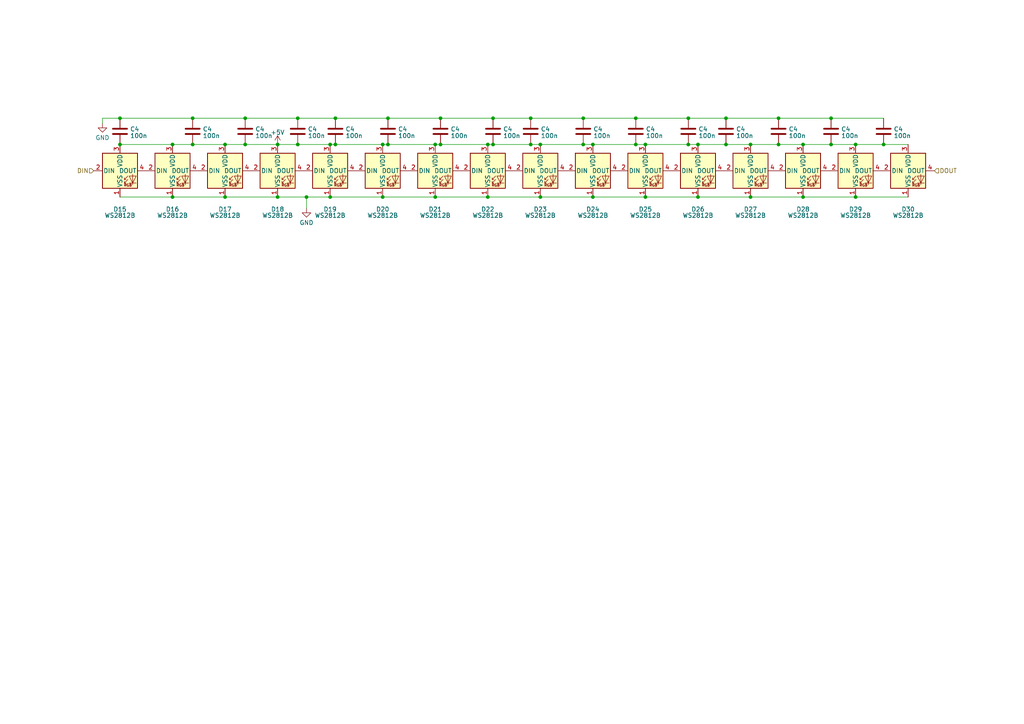
<source format=kicad_sch>
(kicad_sch (version 20230121) (generator eeschema)

  (uuid 444fa96d-3a2b-4cb3-b49b-b59fc1655f23)

  (paper "A4")

  (lib_symbols
    (symbol "Device:C" (pin_numbers hide) (pin_names (offset 0.254)) (in_bom yes) (on_board yes)
      (property "Reference" "C" (at 0.635 2.54 0)
        (effects (font (size 1.27 1.27)) (justify left))
      )
      (property "Value" "C" (at 0.635 -2.54 0)
        (effects (font (size 1.27 1.27)) (justify left))
      )
      (property "Footprint" "" (at 0.9652 -3.81 0)
        (effects (font (size 1.27 1.27)) hide)
      )
      (property "Datasheet" "~" (at 0 0 0)
        (effects (font (size 1.27 1.27)) hide)
      )
      (property "ki_keywords" "cap capacitor" (at 0 0 0)
        (effects (font (size 1.27 1.27)) hide)
      )
      (property "ki_description" "Unpolarized capacitor" (at 0 0 0)
        (effects (font (size 1.27 1.27)) hide)
      )
      (property "ki_fp_filters" "C_*" (at 0 0 0)
        (effects (font (size 1.27 1.27)) hide)
      )
      (symbol "C_0_1"
        (polyline
          (pts
            (xy -2.032 -0.762)
            (xy 2.032 -0.762)
          )
          (stroke (width 0.508) (type default))
          (fill (type none))
        )
        (polyline
          (pts
            (xy -2.032 0.762)
            (xy 2.032 0.762)
          )
          (stroke (width 0.508) (type default))
          (fill (type none))
        )
      )
      (symbol "C_1_1"
        (pin passive line (at 0 3.81 270) (length 2.794)
          (name "~" (effects (font (size 1.27 1.27))))
          (number "1" (effects (font (size 1.27 1.27))))
        )
        (pin passive line (at 0 -3.81 90) (length 2.794)
          (name "~" (effects (font (size 1.27 1.27))))
          (number "2" (effects (font (size 1.27 1.27))))
        )
      )
    )
    (symbol "mapacr:XL-2121RGBC-WS2812B" (pin_names (offset 0.254)) (in_bom yes) (on_board yes)
      (property "Reference" "D" (at 5.08 5.715 0)
        (effects (font (size 1.27 1.27)) (justify right bottom))
      )
      (property "Value" "XL-2121RGBC-WS2812B" (at 1.27 -5.715 0)
        (effects (font (size 1.27 1.27)) (justify left top))
      )
      (property "Footprint" "mapacr:XL-2121RGBC-WS2812B" (at 1.27 -7.62 0)
        (effects (font (size 1.27 1.27)) (justify left top) hide)
      )
      (property "Datasheet" "https://datasheet.lcsc.com/lcsc/2301111010_XINGLIGHT-XL-2121RGBC-WS2812B_C5349957.pdf" (at 2.54 -9.525 0)
        (effects (font (size 1.27 1.27)) (justify left top) hide)
      )
      (property "JLCPCB_PART" "C5349957" (at 8.89 -12.7 0)
        (effects (font (size 1.27 1.27)))
      )
      (property "ki_keywords" "RGB LED NeoPixel addressable" (at 0 0 0)
        (effects (font (size 1.27 1.27)) hide)
      )
      (property "ki_description" "RGB LED with integrated controller" (at 0 0 0)
        (effects (font (size 1.27 1.27)) hide)
      )
      (property "ki_fp_filters" "LED*WS2812*PLCC*5.0x5.0mm*P3.2mm*" (at 0 0 0)
        (effects (font (size 1.27 1.27)) hide)
      )
      (symbol "XL-2121RGBC-WS2812B_0_0"
        (text "RGB" (at 2.286 -4.191 0)
          (effects (font (size 0.762 0.762)))
        )
      )
      (symbol "XL-2121RGBC-WS2812B_0_1"
        (rectangle (start -5.08 5.08) (end 5.08 -5.08)
          (stroke (width 0.254) (type default))
          (fill (type background))
        )
        (polyline
          (pts
            (xy 1.27 -3.556)
            (xy 1.778 -3.556)
          )
          (stroke (width 0) (type default))
          (fill (type none))
        )
        (polyline
          (pts
            (xy 1.27 -2.54)
            (xy 1.778 -2.54)
          )
          (stroke (width 0) (type default))
          (fill (type none))
        )
        (polyline
          (pts
            (xy 4.699 -3.556)
            (xy 2.667 -3.556)
          )
          (stroke (width 0) (type default))
          (fill (type none))
        )
        (polyline
          (pts
            (xy 2.286 -2.54)
            (xy 1.27 -3.556)
            (xy 1.27 -3.048)
          )
          (stroke (width 0) (type default))
          (fill (type none))
        )
        (polyline
          (pts
            (xy 2.286 -1.524)
            (xy 1.27 -2.54)
            (xy 1.27 -2.032)
          )
          (stroke (width 0) (type default))
          (fill (type none))
        )
        (polyline
          (pts
            (xy 3.683 -1.016)
            (xy 3.683 -3.556)
            (xy 3.683 -4.064)
          )
          (stroke (width 0) (type default))
          (fill (type none))
        )
        (polyline
          (pts
            (xy 4.699 -1.524)
            (xy 2.667 -1.524)
            (xy 3.683 -3.556)
            (xy 4.699 -1.524)
          )
          (stroke (width 0) (type default))
          (fill (type none))
        )
      )
      (symbol "XL-2121RGBC-WS2812B_1_1"
        (pin power_in line (at 0 -7.62 90) (length 2.54)
          (name "VSS" (effects (font (size 1.27 1.27))))
          (number "1" (effects (font (size 1.27 1.27))))
        )
        (pin input line (at -7.62 0 0) (length 2.54)
          (name "DIN" (effects (font (size 1.27 1.27))))
          (number "2" (effects (font (size 1.27 1.27))))
        )
        (pin power_in line (at 0 7.62 270) (length 2.54)
          (name "VDD" (effects (font (size 1.27 1.27))))
          (number "3" (effects (font (size 1.27 1.27))))
        )
        (pin output line (at 7.62 0 180) (length 2.54)
          (name "DOUT" (effects (font (size 1.27 1.27))))
          (number "4" (effects (font (size 1.27 1.27))))
        )
      )
    )
    (symbol "power:+5V" (power) (pin_names (offset 0)) (in_bom yes) (on_board yes)
      (property "Reference" "#PWR" (at 0 -3.81 0)
        (effects (font (size 1.27 1.27)) hide)
      )
      (property "Value" "+5V" (at 0 3.556 0)
        (effects (font (size 1.27 1.27)))
      )
      (property "Footprint" "" (at 0 0 0)
        (effects (font (size 1.27 1.27)) hide)
      )
      (property "Datasheet" "" (at 0 0 0)
        (effects (font (size 1.27 1.27)) hide)
      )
      (property "ki_keywords" "global power" (at 0 0 0)
        (effects (font (size 1.27 1.27)) hide)
      )
      (property "ki_description" "Power symbol creates a global label with name \"+5V\"" (at 0 0 0)
        (effects (font (size 1.27 1.27)) hide)
      )
      (symbol "+5V_0_1"
        (polyline
          (pts
            (xy -0.762 1.27)
            (xy 0 2.54)
          )
          (stroke (width 0) (type default))
          (fill (type none))
        )
        (polyline
          (pts
            (xy 0 0)
            (xy 0 2.54)
          )
          (stroke (width 0) (type default))
          (fill (type none))
        )
        (polyline
          (pts
            (xy 0 2.54)
            (xy 0.762 1.27)
          )
          (stroke (width 0) (type default))
          (fill (type none))
        )
      )
      (symbol "+5V_1_1"
        (pin power_in line (at 0 0 90) (length 0) hide
          (name "+5V" (effects (font (size 1.27 1.27))))
          (number "1" (effects (font (size 1.27 1.27))))
        )
      )
    )
    (symbol "power:GND" (power) (pin_names (offset 0)) (in_bom yes) (on_board yes)
      (property "Reference" "#PWR" (at 0 -6.35 0)
        (effects (font (size 1.27 1.27)) hide)
      )
      (property "Value" "GND" (at 0 -3.81 0)
        (effects (font (size 1.27 1.27)))
      )
      (property "Footprint" "" (at 0 0 0)
        (effects (font (size 1.27 1.27)) hide)
      )
      (property "Datasheet" "" (at 0 0 0)
        (effects (font (size 1.27 1.27)) hide)
      )
      (property "ki_keywords" "global power" (at 0 0 0)
        (effects (font (size 1.27 1.27)) hide)
      )
      (property "ki_description" "Power symbol creates a global label with name \"GND\" , ground" (at 0 0 0)
        (effects (font (size 1.27 1.27)) hide)
      )
      (symbol "GND_0_1"
        (polyline
          (pts
            (xy 0 0)
            (xy 0 -1.27)
            (xy 1.27 -1.27)
            (xy 0 -2.54)
            (xy -1.27 -1.27)
            (xy 0 -1.27)
          )
          (stroke (width 0) (type default))
          (fill (type none))
        )
      )
      (symbol "GND_1_1"
        (pin power_in line (at 0 0 270) (length 0) hide
          (name "GND" (effects (font (size 1.27 1.27))))
          (number "1" (effects (font (size 1.27 1.27))))
        )
      )
    )
  )

  (junction (at 71.12 34.29) (diameter 0) (color 0 0 0 0)
    (uuid 01822d97-5c63-4085-bf2e-8b2f5164cb39)
  )
  (junction (at 184.404 41.91) (diameter 0) (color 0 0 0 0)
    (uuid 094a6a4f-db8e-4d35-a9e1-9f46540f14b6)
  )
  (junction (at 141.478 41.91) (diameter 0) (color 0 0 0 0)
    (uuid 0dc49164-31f0-4701-a7be-5e0cecef28e6)
  )
  (junction (at 241.046 41.91) (diameter 0) (color 0 0 0 0)
    (uuid 0e18f18a-156f-420e-b8e0-63e7cc67c5da)
  )
  (junction (at 241.046 34.29) (diameter 0) (color 0 0 0 0)
    (uuid 12aa35ca-444d-42cc-9e46-cfbd3c2a4359)
  )
  (junction (at 97.282 34.29) (diameter 0) (color 0 0 0 0)
    (uuid 171aa708-fae2-4ff7-b1c4-4a48fc8c517b)
  )
  (junction (at 217.678 41.91) (diameter 0) (color 0 0 0 0)
    (uuid 1ba9471f-1467-4687-afaa-ed739bc1c364)
  )
  (junction (at 199.644 41.91) (diameter 0) (color 0 0 0 0)
    (uuid 201596cf-8e56-46b7-8a0a-0298395694e9)
  )
  (junction (at 86.36 41.91) (diameter 0) (color 0 0 0 0)
    (uuid 20de14c8-e9c4-49c9-8ea3-b4fb3f1cf1dd)
  )
  (junction (at 184.404 34.29) (diameter 0) (color 0 0 0 0)
    (uuid 268c36fe-7025-4ab4-9d53-985e19bf2867)
  )
  (junction (at 210.566 34.29) (diameter 0) (color 0 0 0 0)
    (uuid 2757c6c2-856a-457d-8823-bdfa5e3d5d24)
  )
  (junction (at 248.158 41.91) (diameter 0) (color 0 0 0 0)
    (uuid 2a0b6ed6-df7c-4f2e-8952-0ee3c3da7252)
  )
  (junction (at 71.12 41.91) (diameter 0) (color 0 0 0 0)
    (uuid 2cd87635-da61-4e6a-b084-24ba7754322e)
  )
  (junction (at 65.278 41.91) (diameter 0) (color 0 0 0 0)
    (uuid 35146cb4-dbfa-47e3-8fe8-80e3740d8213)
  )
  (junction (at 153.924 34.29) (diameter 0) (color 0 0 0 0)
    (uuid 376858a6-68f3-4fb1-92c7-9a99c9b9471b)
  )
  (junction (at 34.798 34.29) (diameter 0) (color 0 0 0 0)
    (uuid 3b74fcee-ca8d-419d-a00d-c35e7e66d796)
  )
  (junction (at 187.198 41.91) (diameter 0) (color 0 0 0 0)
    (uuid 3be39f4f-114c-4552-875f-0f1e4b74c1aa)
  )
  (junction (at 65.278 57.15) (diameter 0) (color 0 0 0 0)
    (uuid 40f1290c-c8b6-4f5c-b2f3-ce284304d2e9)
  )
  (junction (at 97.282 41.91) (diameter 0) (color 0 0 0 0)
    (uuid 41cf75c3-dc5f-451d-87b0-ec89183fd3f6)
  )
  (junction (at 232.918 57.15) (diameter 0) (color 0 0 0 0)
    (uuid 45b0eee7-4a22-46c9-90eb-2f1de5490e36)
  )
  (junction (at 232.918 41.91) (diameter 0) (color 0 0 0 0)
    (uuid 6a5b85bf-10bb-40d7-a36e-b039bffffd27)
  )
  (junction (at 171.958 57.15) (diameter 0) (color 0 0 0 0)
    (uuid 6dc5bf94-622a-4ff0-93b4-ffb9741b3745)
  )
  (junction (at 50.038 41.91) (diameter 0) (color 0 0 0 0)
    (uuid 6f17f4d6-19a0-4a24-8dbd-1cd7cf5c940a)
  )
  (junction (at 141.478 57.15) (diameter 0) (color 0 0 0 0)
    (uuid 703b0108-8afc-4949-9285-af8111d2e91e)
  )
  (junction (at 50.038 57.15) (diameter 0) (color 0 0 0 0)
    (uuid 71e4f833-139f-40f0-9df3-52f9f2894bbf)
  )
  (junction (at 34.798 41.91) (diameter 0) (color 0 0 0 0)
    (uuid 7441bafe-f8dd-4373-a0de-f83b8e03fbc7)
  )
  (junction (at 110.998 57.15) (diameter 0) (color 0 0 0 0)
    (uuid 76d20ee8-7295-490e-8b48-ed4bb07041e3)
  )
  (junction (at 169.164 34.29) (diameter 0) (color 0 0 0 0)
    (uuid 7fcdbaa4-4e3a-4955-a730-e0e3a3847a71)
  )
  (junction (at 143.002 34.29) (diameter 0) (color 0 0 0 0)
    (uuid 84e354be-47bf-4858-bf8b-0c4af8cbccec)
  )
  (junction (at 127.762 34.29) (diameter 0) (color 0 0 0 0)
    (uuid 8952740a-1b72-4cc8-8fc1-2171ca9dd355)
  )
  (junction (at 112.522 41.91) (diameter 0) (color 0 0 0 0)
    (uuid 8f2b4638-b9ee-4996-b1a9-256fbad79232)
  )
  (junction (at 95.758 57.15) (diameter 0) (color 0 0 0 0)
    (uuid 90cd0190-5137-4025-90ba-dc8b0943b583)
  )
  (junction (at 112.522 34.29) (diameter 0) (color 0 0 0 0)
    (uuid 9220147a-6e93-4514-8b13-1d3f51f21903)
  )
  (junction (at 55.88 34.29) (diameter 0) (color 0 0 0 0)
    (uuid 96399c39-fcfa-4250-8865-f526700a19de)
  )
  (junction (at 156.718 57.15) (diameter 0) (color 0 0 0 0)
    (uuid 98487f72-b49e-4836-9ce9-7196df856efd)
  )
  (junction (at 187.198 57.15) (diameter 0) (color 0 0 0 0)
    (uuid 988ee6a6-d107-4317-9c76-df33c73a9e41)
  )
  (junction (at 153.924 41.91) (diameter 0) (color 0 0 0 0)
    (uuid 9cb8ec7c-700c-41c5-815a-9aebdfb794ee)
  )
  (junction (at 202.438 41.91) (diameter 0) (color 0 0 0 0)
    (uuid a30199ee-26c5-4290-8bb5-ff4ba20ec180)
  )
  (junction (at 217.678 57.15) (diameter 0) (color 0 0 0 0)
    (uuid a7bb0131-5260-4476-b0b6-e05fb4257581)
  )
  (junction (at 88.9 57.15) (diameter 0) (color 0 0 0 0)
    (uuid a9e66d0f-86d1-425a-a13a-364bcf0dd37f)
  )
  (junction (at 86.36 34.29) (diameter 0) (color 0 0 0 0)
    (uuid afd94330-0110-43e1-bb1f-219291fc8da2)
  )
  (junction (at 248.158 57.15) (diameter 0) (color 0 0 0 0)
    (uuid b22ce476-b176-4070-9286-0cd8cfdc66cd)
  )
  (junction (at 127.762 41.91) (diameter 0) (color 0 0 0 0)
    (uuid bed2185a-4606-406b-a81a-d3cbeab23a14)
  )
  (junction (at 199.644 34.29) (diameter 0) (color 0 0 0 0)
    (uuid c267361e-bf62-481e-a285-c76f10a4b455)
  )
  (junction (at 171.958 41.91) (diameter 0) (color 0 0 0 0)
    (uuid c5fb7841-9f4d-408b-98ec-7b82c3f3b686)
  )
  (junction (at 210.566 41.91) (diameter 0) (color 0 0 0 0)
    (uuid ca0fcbbc-25af-4b6c-b6b6-b40ba718a85b)
  )
  (junction (at 80.518 41.91) (diameter 0) (color 0 0 0 0)
    (uuid cffe36c7-89ab-4c30-bf31-4029f14456d7)
  )
  (junction (at 110.998 41.91) (diameter 0) (color 0 0 0 0)
    (uuid d0c4dbd3-c9ad-4c1f-b300-e0bed0c6e449)
  )
  (junction (at 80.518 57.15) (diameter 0) (color 0 0 0 0)
    (uuid d83a0d51-8d6b-4e33-bbc5-e1a8979e2b07)
  )
  (junction (at 225.806 34.29) (diameter 0) (color 0 0 0 0)
    (uuid d9daaf88-0faa-4bc1-928a-6f57f8e1df4e)
  )
  (junction (at 156.718 41.91) (diameter 0) (color 0 0 0 0)
    (uuid db034875-c92c-43cf-9e45-a5f74e0189c5)
  )
  (junction (at 143.002 41.91) (diameter 0) (color 0 0 0 0)
    (uuid db40a602-9691-4768-98e3-b11d1c59571f)
  )
  (junction (at 55.88 41.91) (diameter 0) (color 0 0 0 0)
    (uuid dd1a570a-01dc-4622-84fe-a1207de732a5)
  )
  (junction (at 95.758 41.91) (diameter 0) (color 0 0 0 0)
    (uuid df6706f8-8bf8-4a43-ab78-e78cbad29b5b)
  )
  (junction (at 126.238 57.15) (diameter 0) (color 0 0 0 0)
    (uuid edcef75e-13eb-43d7-a7cb-5176dd81b054)
  )
  (junction (at 126.238 41.91) (diameter 0) (color 0 0 0 0)
    (uuid f2858c61-1e61-4419-9094-ce0c9d82d0a9)
  )
  (junction (at 256.286 41.91) (diameter 0) (color 0 0 0 0)
    (uuid fb6d992f-459a-4461-b6a2-bd1266018966)
  )
  (junction (at 169.164 41.91) (diameter 0) (color 0 0 0 0)
    (uuid fb868045-dd4d-4601-921a-ce9dfa48ff5d)
  )
  (junction (at 225.806 41.91) (diameter 0) (color 0 0 0 0)
    (uuid fbf1907e-de32-40a7-ba20-2a97f4ccc94a)
  )
  (junction (at 202.438 57.15) (diameter 0) (color 0 0 0 0)
    (uuid ffeb0b1a-9c85-4a87-9fae-fbf4524dbbb8)
  )

  (wire (pts (xy 202.438 41.91) (xy 210.566 41.91))
    (stroke (width 0) (type default))
    (uuid 0421a0f8-b595-4fb7-9c47-3f87d579e147)
  )
  (wire (pts (xy 34.798 34.29) (xy 55.88 34.29))
    (stroke (width 0) (type default))
    (uuid 04c3a42a-1800-4a3a-8ca4-fba9ebcd4dfa)
  )
  (wire (pts (xy 241.046 34.29) (xy 225.806 34.29))
    (stroke (width 0) (type default))
    (uuid 0635d4f3-3c71-4988-9878-93728f4ae629)
  )
  (wire (pts (xy 256.286 41.91) (xy 263.398 41.91))
    (stroke (width 0) (type default))
    (uuid 07326564-0c61-409d-9f5e-e02831150c01)
  )
  (wire (pts (xy 248.158 41.91) (xy 256.286 41.91))
    (stroke (width 0) (type default))
    (uuid 0ae15387-7ce5-426d-8c2e-6eb6f26b6a61)
  )
  (wire (pts (xy 184.404 41.91) (xy 187.198 41.91))
    (stroke (width 0) (type default))
    (uuid 0bea5fa1-deb7-4f74-b1c9-d71768d0efd7)
  )
  (wire (pts (xy 86.36 34.29) (xy 71.12 34.29))
    (stroke (width 0) (type default))
    (uuid 0c45f695-168e-43fd-9f7a-a0e8f70b4395)
  )
  (wire (pts (xy 110.998 57.15) (xy 126.238 57.15))
    (stroke (width 0) (type default))
    (uuid 0f500c04-552b-4b2b-a04a-d7e13aaf361a)
  )
  (wire (pts (xy 153.924 34.29) (xy 143.002 34.29))
    (stroke (width 0) (type default))
    (uuid 17ea6a99-ecef-4eed-9a49-c86351cf4920)
  )
  (wire (pts (xy 141.478 57.15) (xy 156.718 57.15))
    (stroke (width 0) (type default))
    (uuid 2228a728-3412-4fce-86f0-d63f9da39d0a)
  )
  (wire (pts (xy 171.958 57.15) (xy 187.198 57.15))
    (stroke (width 0) (type default))
    (uuid 2f7b4af4-d0be-461a-8b66-ce34bfd1ffb7)
  )
  (wire (pts (xy 153.924 41.91) (xy 156.718 41.91))
    (stroke (width 0) (type default))
    (uuid 3187703c-9353-4cf1-8969-f73c99a42e9a)
  )
  (wire (pts (xy 95.758 41.91) (xy 97.282 41.91))
    (stroke (width 0) (type default))
    (uuid 38c2f442-e333-42a3-a13f-a614b9f3d694)
  )
  (wire (pts (xy 127.762 41.91) (xy 141.478 41.91))
    (stroke (width 0) (type default))
    (uuid 39e3cdf9-7358-45cd-9eb7-762697e85bb2)
  )
  (wire (pts (xy 55.88 41.91) (xy 65.278 41.91))
    (stroke (width 0) (type default))
    (uuid 40caebaa-1851-4b9c-b2f6-db8ee91d7262)
  )
  (wire (pts (xy 112.522 41.91) (xy 126.238 41.91))
    (stroke (width 0) (type default))
    (uuid 4f9a489c-c753-49e5-b01a-29da3e787557)
  )
  (wire (pts (xy 217.678 57.15) (xy 232.918 57.15))
    (stroke (width 0) (type default))
    (uuid 548600fa-66bc-4c36-8657-5969317d6ea8)
  )
  (wire (pts (xy 95.758 57.15) (xy 110.998 57.15))
    (stroke (width 0) (type default))
    (uuid 5646a578-b720-4b61-9fe0-7b52feecf9aa)
  )
  (wire (pts (xy 210.566 34.29) (xy 199.644 34.29))
    (stroke (width 0) (type default))
    (uuid 56e9ca50-c8ce-4f5d-96eb-d45037ffd667)
  )
  (wire (pts (xy 34.798 41.91) (xy 50.038 41.91))
    (stroke (width 0) (type default))
    (uuid 5f04e6a0-f55f-42b3-bdc5-6fc368bc89d4)
  )
  (wire (pts (xy 169.164 34.29) (xy 153.924 34.29))
    (stroke (width 0) (type default))
    (uuid 60c8663d-c95b-4b3c-971a-43c954d5d56e)
  )
  (wire (pts (xy 199.644 34.29) (xy 184.404 34.29))
    (stroke (width 0) (type default))
    (uuid 67398b18-b44f-4a32-b3c0-03f933819acc)
  )
  (wire (pts (xy 34.798 34.29) (xy 29.718 34.29))
    (stroke (width 0) (type default))
    (uuid 6f567f4d-9fd0-4977-af55-84b0e253b8e0)
  )
  (wire (pts (xy 256.286 34.29) (xy 241.046 34.29))
    (stroke (width 0) (type default))
    (uuid 70087754-64eb-4f72-b229-9804139a5d20)
  )
  (wire (pts (xy 97.282 34.29) (xy 86.36 34.29))
    (stroke (width 0) (type default))
    (uuid 7462e014-2c2b-4b99-bf56-5e6d719fbd88)
  )
  (wire (pts (xy 210.566 41.91) (xy 217.678 41.91))
    (stroke (width 0) (type default))
    (uuid 774f5c49-7a4e-49e8-a4e1-54de7b329a1d)
  )
  (wire (pts (xy 65.278 41.91) (xy 71.12 41.91))
    (stroke (width 0) (type default))
    (uuid 7a7ec6c1-2e1a-47a8-9d11-e38c596a8359)
  )
  (wire (pts (xy 143.002 41.91) (xy 153.924 41.91))
    (stroke (width 0) (type default))
    (uuid 832909ae-3bb0-4f8f-8425-e0b5838555f4)
  )
  (wire (pts (xy 50.038 57.15) (xy 65.278 57.15))
    (stroke (width 0) (type default))
    (uuid 8393aecd-dc0d-4af9-bd2c-939bdfae192d)
  )
  (wire (pts (xy 127.762 34.29) (xy 112.522 34.29))
    (stroke (width 0) (type default))
    (uuid 89b4fb72-2023-4c04-99db-b1cd7049e83b)
  )
  (wire (pts (xy 80.518 57.15) (xy 88.9 57.15))
    (stroke (width 0) (type default))
    (uuid 958a91d7-4d7a-4424-8745-3d6bb78d63cd)
  )
  (wire (pts (xy 241.046 41.91) (xy 248.158 41.91))
    (stroke (width 0) (type default))
    (uuid 98348a73-de93-4211-a7f5-1125a3d03a1e)
  )
  (wire (pts (xy 50.038 41.91) (xy 55.88 41.91))
    (stroke (width 0) (type default))
    (uuid 99bbb303-884d-496f-8875-12dfa91b7891)
  )
  (wire (pts (xy 126.238 41.91) (xy 127.762 41.91))
    (stroke (width 0) (type default))
    (uuid 9ad7f095-fc70-4d3a-b234-7ccc8dbe0637)
  )
  (wire (pts (xy 171.958 41.91) (xy 184.404 41.91))
    (stroke (width 0) (type default))
    (uuid 9e919500-8bbd-40c6-9dda-735aae60c94d)
  )
  (wire (pts (xy 141.478 41.91) (xy 143.002 41.91))
    (stroke (width 0) (type default))
    (uuid a233ff9f-6d6c-429e-9ca7-760ad15b1f66)
  )
  (wire (pts (xy 156.718 57.15) (xy 171.958 57.15))
    (stroke (width 0) (type default))
    (uuid a40e4793-5c61-46cb-a8e2-535de6b07373)
  )
  (wire (pts (xy 86.36 41.91) (xy 95.758 41.91))
    (stroke (width 0) (type default))
    (uuid a57f6a00-36b4-483e-96a5-4627f9aafd39)
  )
  (wire (pts (xy 248.158 57.15) (xy 263.398 57.15))
    (stroke (width 0) (type default))
    (uuid a6da3e85-492d-4494-9b15-d673c65e21f6)
  )
  (wire (pts (xy 126.238 57.15) (xy 141.478 57.15))
    (stroke (width 0) (type default))
    (uuid a7e089e7-e9c5-4053-ba1b-cabe1ce3f944)
  )
  (wire (pts (xy 232.918 41.91) (xy 241.046 41.91))
    (stroke (width 0) (type default))
    (uuid b0e2297c-beed-46cc-932c-2b8e5bdd3a7d)
  )
  (wire (pts (xy 156.718 41.91) (xy 169.164 41.91))
    (stroke (width 0) (type default))
    (uuid b427ee8d-79e3-475d-97a0-baebdc26d370)
  )
  (wire (pts (xy 29.718 34.29) (xy 29.718 35.814))
    (stroke (width 0) (type default))
    (uuid b621c705-964c-4a1a-8d97-0f1d93d900e2)
  )
  (wire (pts (xy 225.806 41.91) (xy 232.918 41.91))
    (stroke (width 0) (type default))
    (uuid b883b9b1-4c13-42c9-a825-996d70e44b5d)
  )
  (wire (pts (xy 88.9 57.15) (xy 95.758 57.15))
    (stroke (width 0) (type default))
    (uuid b8edd4a8-49fe-4383-a25a-db678cfb578e)
  )
  (wire (pts (xy 88.9 57.15) (xy 88.9 60.452))
    (stroke (width 0) (type default))
    (uuid bcd2f7d6-093d-418a-a022-4bc469531ee2)
  )
  (wire (pts (xy 34.798 57.15) (xy 50.038 57.15))
    (stroke (width 0) (type default))
    (uuid bcf15f1a-22cc-4808-af7b-9a65875631e8)
  )
  (wire (pts (xy 184.404 34.29) (xy 169.164 34.29))
    (stroke (width 0) (type default))
    (uuid bef5cb95-9cce-499a-a72e-520dc52f5d80)
  )
  (wire (pts (xy 217.678 41.91) (xy 225.806 41.91))
    (stroke (width 0) (type default))
    (uuid caed7f6f-64ee-4371-8e67-f90429aa557e)
  )
  (wire (pts (xy 110.998 41.91) (xy 112.522 41.91))
    (stroke (width 0) (type default))
    (uuid cf403e4e-8303-4106-b720-2e1b26bf52ff)
  )
  (wire (pts (xy 65.278 57.15) (xy 80.518 57.15))
    (stroke (width 0) (type default))
    (uuid d1171ecd-2bf9-430a-904d-5360b9459f5a)
  )
  (wire (pts (xy 80.518 41.91) (xy 86.36 41.91))
    (stroke (width 0) (type default))
    (uuid d70b5b06-8856-4343-b48e-6b2569ffd201)
  )
  (wire (pts (xy 202.438 57.15) (xy 217.678 57.15))
    (stroke (width 0) (type default))
    (uuid d891a386-77d3-4a13-a7ad-b3fd5b5aba83)
  )
  (wire (pts (xy 169.164 41.91) (xy 171.958 41.91))
    (stroke (width 0) (type default))
    (uuid d8fa86bc-bd10-4dec-9958-7ebd89d9a622)
  )
  (wire (pts (xy 187.198 41.91) (xy 199.644 41.91))
    (stroke (width 0) (type default))
    (uuid dac5004c-cf11-49e3-95ec-b26b6d271d08)
  )
  (wire (pts (xy 225.806 34.29) (xy 210.566 34.29))
    (stroke (width 0) (type default))
    (uuid dd51e41d-2eff-48d1-87fd-d94fcf4a119d)
  )
  (wire (pts (xy 71.12 41.91) (xy 80.518 41.91))
    (stroke (width 0) (type default))
    (uuid e4fa6015-deba-4ffc-b7b3-39147857a614)
  )
  (wire (pts (xy 143.002 34.29) (xy 127.762 34.29))
    (stroke (width 0) (type default))
    (uuid e6abdd63-fdd6-4e73-bf8a-ad977a8deff0)
  )
  (wire (pts (xy 112.522 34.29) (xy 97.282 34.29))
    (stroke (width 0) (type default))
    (uuid ebf3cd66-40b1-48fd-aa90-3bf011178643)
  )
  (wire (pts (xy 199.644 41.91) (xy 202.438 41.91))
    (stroke (width 0) (type default))
    (uuid ec7e3398-f9b5-4136-b191-b71a0b60f1e9)
  )
  (wire (pts (xy 232.918 57.15) (xy 248.158 57.15))
    (stroke (width 0) (type default))
    (uuid eeeca216-6250-450d-8b5a-c7eb4787b3d5)
  )
  (wire (pts (xy 97.282 41.91) (xy 110.998 41.91))
    (stroke (width 0) (type default))
    (uuid ef5a02c0-c789-4d1b-be38-c6860a9f9c2c)
  )
  (wire (pts (xy 71.12 34.29) (xy 55.88 34.29))
    (stroke (width 0) (type default))
    (uuid fb66e71e-624f-4a8e-a310-771aadfaa22d)
  )
  (wire (pts (xy 187.198 57.15) (xy 202.438 57.15))
    (stroke (width 0) (type default))
    (uuid fed01e55-a517-4df8-b4d6-8a60530ff86b)
  )

  (hierarchical_label "DOUT" (shape input) (at 271.018 49.53 0) (fields_autoplaced)
    (effects (font (size 1.27 1.27)) (justify left))
    (uuid 98f88212-7f56-4dca-8ca2-688b5c8f3236)
  )
  (hierarchical_label "DIN" (shape input) (at 27.178 49.53 180) (fields_autoplaced)
    (effects (font (size 1.27 1.27)) (justify right))
    (uuid ec9d3d10-ffef-475f-bc06-b38395eb9e1c)
  )

  (symbol (lib_id "Device:C") (at 55.88 38.1 0) (unit 1)
    (in_bom yes) (on_board yes) (dnp no) (fields_autoplaced)
    (uuid 05131346-c41f-4ea3-8e68-16c631112036)
    (property "Reference" "C4" (at 58.801 37.4563 0)
      (effects (font (size 1.27 1.27)) (justify left))
    )
    (property "Value" "100n" (at 58.801 39.3773 0)
      (effects (font (size 1.27 1.27)) (justify left))
    )
    (property "Footprint" "Capacitor_SMD:C_0402_1005Metric" (at 56.8452 41.91 0)
      (effects (font (size 1.27 1.27)) hide)
    )
    (property "Datasheet" "~" (at 55.88 38.1 0)
      (effects (font (size 1.27 1.27)) hide)
    )
    (property "JLCPCB_PART" "C1525" (at 55.88 38.1 0)
      (effects (font (size 1.27 1.27)) hide)
    )
    (pin "1" (uuid 82bb9b0e-8a6f-4c43-8460-26f2ea2607e6))
    (pin "2" (uuid 0ab1785e-9338-4635-bfb8-b027cc141d4e))
    (instances
      (project "mapacr_budget"
        (path "/71b974b8-1ba1-4062-b002-6a1a7fefb29b"
          (reference "C4") (unit 1)
        )
        (path "/71b974b8-1ba1-4062-b002-6a1a7fefb29b/f52dec1b-c982-41db-b30e-ceff01a37811"
          (reference "C21") (unit 1)
        )
        (path "/71b974b8-1ba1-4062-b002-6a1a7fefb29b/402cd8cc-f516-424c-85a0-522f37d43c49"
          (reference "C22") (unit 1)
        )
        (path "/71b974b8-1ba1-4062-b002-6a1a7fefb29b/406a379a-0026-4462-a438-13893326d56e"
          (reference "C23") (unit 1)
        )
        (path "/71b974b8-1ba1-4062-b002-6a1a7fefb29b/61e8544f-1984-44ab-b3c9-02e9f2cb8537"
          (reference "C24") (unit 1)
        )
        (path "/71b974b8-1ba1-4062-b002-6a1a7fefb29b/45742699-6e65-4de0-9a9f-deffae99a3e2"
          (reference "C25") (unit 1)
        )
        (path "/71b974b8-1ba1-4062-b002-6a1a7fefb29b/fd207ae8-3562-48d7-a269-49069aa87ee2"
          (reference "C26") (unit 1)
        )
        (path "/71b974b8-1ba1-4062-b002-6a1a7fefb29b/efb310ba-6218-4192-a0b7-3542a75ac5f7"
          (reference "C27") (unit 1)
        )
        (path "/71b974b8-1ba1-4062-b002-6a1a7fefb29b/9ae854d1-0d72-426c-85fa-670aa3eaa4e9"
          (reference "C28") (unit 1)
        )
        (path "/71b974b8-1ba1-4062-b002-6a1a7fefb29b/4d9fab85-4e20-4961-b776-60f98c0c1888"
          (reference "C29") (unit 1)
        )
        (path "/71b974b8-1ba1-4062-b002-6a1a7fefb29b/78103047-5bab-49fc-ab7a-b39956314c55"
          (reference "C30") (unit 1)
        )
        (path "/71b974b8-1ba1-4062-b002-6a1a7fefb29b/4189508a-fe50-4970-bb0b-021d1f390878"
          (reference "C7") (unit 1)
        )
        (path "/71b974b8-1ba1-4062-b002-6a1a7fefb29b/c2b1e53e-f8cf-4ddc-a068-d1ddbffb9516"
          (reference "C131") (unit 1)
        )
        (path "/71b974b8-1ba1-4062-b002-6a1a7fefb29b/cd008e09-bb9f-46c6-a275-94091b347f51"
          (reference "C135") (unit 1)
        )
        (path "/71b974b8-1ba1-4062-b002-6a1a7fefb29b/709e6a93-83c6-451a-be29-e89a6b4666e9"
          (reference "C139") (unit 1)
        )
        (path "/71b974b8-1ba1-4062-b002-6a1a7fefb29b/7c495335-9864-4d49-8f25-30c998b55bfc"
          (reference "C143") (unit 1)
        )
      )
      (project "mapacr_controller"
        (path "/c2c1ed0a-c892-43f8-b0d8-e01dd6d47873"
          (reference "C4") (unit 1)
        )
      )
    )
  )

  (symbol (lib_id "Device:C") (at 127.762 38.1 0) (unit 1)
    (in_bom yes) (on_board yes) (dnp no) (fields_autoplaced)
    (uuid 0a110865-161f-498a-bed6-eb176e4738ab)
    (property "Reference" "C4" (at 130.683 37.4563 0)
      (effects (font (size 1.27 1.27)) (justify left))
    )
    (property "Value" "100n" (at 130.683 39.3773 0)
      (effects (font (size 1.27 1.27)) (justify left))
    )
    (property "Footprint" "Capacitor_SMD:C_0402_1005Metric" (at 128.7272 41.91 0)
      (effects (font (size 1.27 1.27)) hide)
    )
    (property "Datasheet" "~" (at 127.762 38.1 0)
      (effects (font (size 1.27 1.27)) hide)
    )
    (property "JLCPCB_PART" "C1525" (at 127.762 38.1 0)
      (effects (font (size 1.27 1.27)) hide)
    )
    (pin "1" (uuid 7f97ef5b-c502-42de-8034-f9457146f1b9))
    (pin "2" (uuid 51efa519-b0ed-4760-b8c2-0b235433e45a))
    (instances
      (project "mapacr_budget"
        (path "/71b974b8-1ba1-4062-b002-6a1a7fefb29b"
          (reference "C4") (unit 1)
        )
        (path "/71b974b8-1ba1-4062-b002-6a1a7fefb29b/f52dec1b-c982-41db-b30e-ceff01a37811"
          (reference "C31") (unit 1)
        )
        (path "/71b974b8-1ba1-4062-b002-6a1a7fefb29b/402cd8cc-f516-424c-85a0-522f37d43c49"
          (reference "C32") (unit 1)
        )
        (path "/71b974b8-1ba1-4062-b002-6a1a7fefb29b/406a379a-0026-4462-a438-13893326d56e"
          (reference "C33") (unit 1)
        )
        (path "/71b974b8-1ba1-4062-b002-6a1a7fefb29b/61e8544f-1984-44ab-b3c9-02e9f2cb8537"
          (reference "C34") (unit 1)
        )
        (path "/71b974b8-1ba1-4062-b002-6a1a7fefb29b/45742699-6e65-4de0-9a9f-deffae99a3e2"
          (reference "C35") (unit 1)
        )
        (path "/71b974b8-1ba1-4062-b002-6a1a7fefb29b/fd207ae8-3562-48d7-a269-49069aa87ee2"
          (reference "C36") (unit 1)
        )
        (path "/71b974b8-1ba1-4062-b002-6a1a7fefb29b/efb310ba-6218-4192-a0b7-3542a75ac5f7"
          (reference "C37") (unit 1)
        )
        (path "/71b974b8-1ba1-4062-b002-6a1a7fefb29b/9ae854d1-0d72-426c-85fa-670aa3eaa4e9"
          (reference "C38") (unit 1)
        )
        (path "/71b974b8-1ba1-4062-b002-6a1a7fefb29b/4d9fab85-4e20-4961-b776-60f98c0c1888"
          (reference "C39") (unit 1)
        )
        (path "/71b974b8-1ba1-4062-b002-6a1a7fefb29b/78103047-5bab-49fc-ab7a-b39956314c55"
          (reference "C40") (unit 1)
        )
        (path "/71b974b8-1ba1-4062-b002-6a1a7fefb29b/4189508a-fe50-4970-bb0b-021d1f390878"
          (reference "C148") (unit 1)
        )
        (path "/71b974b8-1ba1-4062-b002-6a1a7fefb29b/c2b1e53e-f8cf-4ddc-a068-d1ddbffb9516"
          (reference "C152") (unit 1)
        )
        (path "/71b974b8-1ba1-4062-b002-6a1a7fefb29b/cd008e09-bb9f-46c6-a275-94091b347f51"
          (reference "C156") (unit 1)
        )
        (path "/71b974b8-1ba1-4062-b002-6a1a7fefb29b/709e6a93-83c6-451a-be29-e89a6b4666e9"
          (reference "C160") (unit 1)
        )
        (path "/71b974b8-1ba1-4062-b002-6a1a7fefb29b/7c495335-9864-4d49-8f25-30c998b55bfc"
          (reference "C164") (unit 1)
        )
      )
      (project "mapacr_controller"
        (path "/c2c1ed0a-c892-43f8-b0d8-e01dd6d47873"
          (reference "C4") (unit 1)
        )
      )
    )
  )

  (symbol (lib_id "Device:C") (at 143.002 38.1 0) (unit 1)
    (in_bom yes) (on_board yes) (dnp no) (fields_autoplaced)
    (uuid 0a487c27-5de7-4ebc-99d5-215a3ed45277)
    (property "Reference" "C4" (at 145.923 37.4563 0)
      (effects (font (size 1.27 1.27)) (justify left))
    )
    (property "Value" "100n" (at 145.923 39.3773 0)
      (effects (font (size 1.27 1.27)) (justify left))
    )
    (property "Footprint" "Capacitor_SMD:C_0402_1005Metric" (at 143.9672 41.91 0)
      (effects (font (size 1.27 1.27)) hide)
    )
    (property "Datasheet" "~" (at 143.002 38.1 0)
      (effects (font (size 1.27 1.27)) hide)
    )
    (property "JLCPCB_PART" "C1525" (at 143.002 38.1 0)
      (effects (font (size 1.27 1.27)) hide)
    )
    (pin "1" (uuid b5df1a61-0c62-4df9-a5e7-97a5529e54b9))
    (pin "2" (uuid b43f365d-fe30-4947-a392-0b7e40c37a10))
    (instances
      (project "mapacr_budget"
        (path "/71b974b8-1ba1-4062-b002-6a1a7fefb29b"
          (reference "C4") (unit 1)
        )
        (path "/71b974b8-1ba1-4062-b002-6a1a7fefb29b/f52dec1b-c982-41db-b30e-ceff01a37811"
          (reference "C41") (unit 1)
        )
        (path "/71b974b8-1ba1-4062-b002-6a1a7fefb29b/402cd8cc-f516-424c-85a0-522f37d43c49"
          (reference "C42") (unit 1)
        )
        (path "/71b974b8-1ba1-4062-b002-6a1a7fefb29b/406a379a-0026-4462-a438-13893326d56e"
          (reference "C43") (unit 1)
        )
        (path "/71b974b8-1ba1-4062-b002-6a1a7fefb29b/61e8544f-1984-44ab-b3c9-02e9f2cb8537"
          (reference "C44") (unit 1)
        )
        (path "/71b974b8-1ba1-4062-b002-6a1a7fefb29b/45742699-6e65-4de0-9a9f-deffae99a3e2"
          (reference "C45") (unit 1)
        )
        (path "/71b974b8-1ba1-4062-b002-6a1a7fefb29b/fd207ae8-3562-48d7-a269-49069aa87ee2"
          (reference "C46") (unit 1)
        )
        (path "/71b974b8-1ba1-4062-b002-6a1a7fefb29b/efb310ba-6218-4192-a0b7-3542a75ac5f7"
          (reference "C47") (unit 1)
        )
        (path "/71b974b8-1ba1-4062-b002-6a1a7fefb29b/9ae854d1-0d72-426c-85fa-670aa3eaa4e9"
          (reference "C48") (unit 1)
        )
        (path "/71b974b8-1ba1-4062-b002-6a1a7fefb29b/4d9fab85-4e20-4961-b776-60f98c0c1888"
          (reference "C49") (unit 1)
        )
        (path "/71b974b8-1ba1-4062-b002-6a1a7fefb29b/78103047-5bab-49fc-ab7a-b39956314c55"
          (reference "C50") (unit 1)
        )
        (path "/71b974b8-1ba1-4062-b002-6a1a7fefb29b/4189508a-fe50-4970-bb0b-021d1f390878"
          (reference "C149") (unit 1)
        )
        (path "/71b974b8-1ba1-4062-b002-6a1a7fefb29b/c2b1e53e-f8cf-4ddc-a068-d1ddbffb9516"
          (reference "C153") (unit 1)
        )
        (path "/71b974b8-1ba1-4062-b002-6a1a7fefb29b/cd008e09-bb9f-46c6-a275-94091b347f51"
          (reference "C157") (unit 1)
        )
        (path "/71b974b8-1ba1-4062-b002-6a1a7fefb29b/709e6a93-83c6-451a-be29-e89a6b4666e9"
          (reference "C161") (unit 1)
        )
        (path "/71b974b8-1ba1-4062-b002-6a1a7fefb29b/7c495335-9864-4d49-8f25-30c998b55bfc"
          (reference "C165") (unit 1)
        )
      )
      (project "mapacr_controller"
        (path "/c2c1ed0a-c892-43f8-b0d8-e01dd6d47873"
          (reference "C4") (unit 1)
        )
      )
    )
  )

  (symbol (lib_id "Device:C") (at 256.286 38.1 0) (unit 1)
    (in_bom yes) (on_board yes) (dnp no) (fields_autoplaced)
    (uuid 14fc85d0-accf-497b-8462-f59e5cffdaa5)
    (property "Reference" "C4" (at 259.207 37.4563 0)
      (effects (font (size 1.27 1.27)) (justify left))
    )
    (property "Value" "100n" (at 259.207 39.3773 0)
      (effects (font (size 1.27 1.27)) (justify left))
    )
    (property "Footprint" "Capacitor_SMD:C_0402_1005Metric" (at 257.2512 41.91 0)
      (effects (font (size 1.27 1.27)) hide)
    )
    (property "Datasheet" "~" (at 256.286 38.1 0)
      (effects (font (size 1.27 1.27)) hide)
    )
    (property "JLCPCB_PART" "C1525" (at 256.286 38.1 0)
      (effects (font (size 1.27 1.27)) hide)
    )
    (pin "1" (uuid fb452d5e-baa8-422f-b25f-15d210c209f0))
    (pin "2" (uuid 550f1eae-d7e0-411e-831b-733646d430b3))
    (instances
      (project "mapacr_budget"
        (path "/71b974b8-1ba1-4062-b002-6a1a7fefb29b"
          (reference "C4") (unit 1)
        )
        (path "/71b974b8-1ba1-4062-b002-6a1a7fefb29b/f52dec1b-c982-41db-b30e-ceff01a37811"
          (reference "C41") (unit 1)
        )
        (path "/71b974b8-1ba1-4062-b002-6a1a7fefb29b/402cd8cc-f516-424c-85a0-522f37d43c49"
          (reference "C42") (unit 1)
        )
        (path "/71b974b8-1ba1-4062-b002-6a1a7fefb29b/406a379a-0026-4462-a438-13893326d56e"
          (reference "C43") (unit 1)
        )
        (path "/71b974b8-1ba1-4062-b002-6a1a7fefb29b/61e8544f-1984-44ab-b3c9-02e9f2cb8537"
          (reference "C44") (unit 1)
        )
        (path "/71b974b8-1ba1-4062-b002-6a1a7fefb29b/45742699-6e65-4de0-9a9f-deffae99a3e2"
          (reference "C45") (unit 1)
        )
        (path "/71b974b8-1ba1-4062-b002-6a1a7fefb29b/fd207ae8-3562-48d7-a269-49069aa87ee2"
          (reference "C46") (unit 1)
        )
        (path "/71b974b8-1ba1-4062-b002-6a1a7fefb29b/efb310ba-6218-4192-a0b7-3542a75ac5f7"
          (reference "C47") (unit 1)
        )
        (path "/71b974b8-1ba1-4062-b002-6a1a7fefb29b/9ae854d1-0d72-426c-85fa-670aa3eaa4e9"
          (reference "C48") (unit 1)
        )
        (path "/71b974b8-1ba1-4062-b002-6a1a7fefb29b/4d9fab85-4e20-4961-b776-60f98c0c1888"
          (reference "C49") (unit 1)
        )
        (path "/71b974b8-1ba1-4062-b002-6a1a7fefb29b/78103047-5bab-49fc-ab7a-b39956314c55"
          (reference "C50") (unit 1)
        )
        (path "/71b974b8-1ba1-4062-b002-6a1a7fefb29b/4189508a-fe50-4970-bb0b-021d1f390878"
          (reference "C189") (unit 1)
        )
        (path "/71b974b8-1ba1-4062-b002-6a1a7fefb29b/c2b1e53e-f8cf-4ddc-a068-d1ddbffb9516"
          (reference "C193") (unit 1)
        )
        (path "/71b974b8-1ba1-4062-b002-6a1a7fefb29b/cd008e09-bb9f-46c6-a275-94091b347f51"
          (reference "C197") (unit 1)
        )
        (path "/71b974b8-1ba1-4062-b002-6a1a7fefb29b/709e6a93-83c6-451a-be29-e89a6b4666e9"
          (reference "C201") (unit 1)
        )
        (path "/71b974b8-1ba1-4062-b002-6a1a7fefb29b/7c495335-9864-4d49-8f25-30c998b55bfc"
          (reference "C205") (unit 1)
        )
      )
      (project "mapacr_controller"
        (path "/c2c1ed0a-c892-43f8-b0d8-e01dd6d47873"
          (reference "C4") (unit 1)
        )
      )
    )
  )

  (symbol (lib_id "mapacr:XL-2121RGBC-WS2812B") (at 95.758 49.53 0) (unit 1)
    (in_bom yes) (on_board yes) (dnp no)
    (uuid 25a52ddc-4037-4b35-bec0-513dc56f25c3)
    (property "Reference" "D19" (at 95.758 60.706 0)
      (effects (font (size 1.27 1.27)))
    )
    (property "Value" "WS2812B" (at 95.758 62.484 0)
      (effects (font (size 1.27 1.27)))
    )
    (property "Footprint" "mapacr:XL-2121RGBC-WS2812B" (at 97.028 57.15 0)
      (effects (font (size 1.27 1.27)) (justify left top) hide)
    )
    (property "Datasheet" "https://datasheet.lcsc.com/lcsc/2301111010_XINGLIGHT-XL-2121RGBC-WS2812B_C5349957.pdf" (at 98.298 59.055 0)
      (effects (font (size 1.27 1.27)) (justify left top) hide)
    )
    (property "JLCPCB_PART" "C5349957" (at 95.758 49.53 0)
      (effects (font (size 1.27 1.27)) hide)
    )
    (pin "1" (uuid f6532f92-4c0e-4dd8-800b-95d1e111608c))
    (pin "2" (uuid 3d91f131-df75-4b73-b2bd-256a6355782c))
    (pin "3" (uuid 6a618756-6e4e-456b-928a-9eb0587e31ad))
    (pin "4" (uuid 37bf6afc-bf1b-4629-ad5d-8bebd1dea2ee))
    (instances
      (project "mapacr_budget"
        (path "/71b974b8-1ba1-4062-b002-6a1a7fefb29b/4189508a-fe50-4970-bb0b-021d1f390878"
          (reference "D19") (unit 1)
        )
        (path "/71b974b8-1ba1-4062-b002-6a1a7fefb29b/c2b1e53e-f8cf-4ddc-a068-d1ddbffb9516"
          (reference "D45") (unit 1)
        )
        (path "/71b974b8-1ba1-4062-b002-6a1a7fefb29b/cd008e09-bb9f-46c6-a275-94091b347f51"
          (reference "D84") (unit 1)
        )
        (path "/71b974b8-1ba1-4062-b002-6a1a7fefb29b/709e6a93-83c6-451a-be29-e89a6b4666e9"
          (reference "D120") (unit 1)
        )
        (path "/71b974b8-1ba1-4062-b002-6a1a7fefb29b/7c495335-9864-4d49-8f25-30c998b55bfc"
          (reference "D155") (unit 1)
        )
      )
    )
  )

  (symbol (lib_id "Device:C") (at 34.798 38.1 0) (unit 1)
    (in_bom yes) (on_board yes) (dnp no) (fields_autoplaced)
    (uuid 2d6ab85d-27bb-4422-ad85-08d75dfdc0be)
    (property "Reference" "C4" (at 37.719 37.4563 0)
      (effects (font (size 1.27 1.27)) (justify left))
    )
    (property "Value" "100n" (at 37.719 39.3773 0)
      (effects (font (size 1.27 1.27)) (justify left))
    )
    (property "Footprint" "Capacitor_SMD:C_0402_1005Metric" (at 35.7632 41.91 0)
      (effects (font (size 1.27 1.27)) hide)
    )
    (property "Datasheet" "~" (at 34.798 38.1 0)
      (effects (font (size 1.27 1.27)) hide)
    )
    (property "JLCPCB_PART" "C1525" (at 34.798 38.1 0)
      (effects (font (size 1.27 1.27)) hide)
    )
    (pin "1" (uuid db93e967-048e-4668-bd42-a1ae87e49a84))
    (pin "2" (uuid d87aae8e-5d27-47bb-8d45-d629c875a701))
    (instances
      (project "mapacr_budget"
        (path "/71b974b8-1ba1-4062-b002-6a1a7fefb29b"
          (reference "C4") (unit 1)
        )
        (path "/71b974b8-1ba1-4062-b002-6a1a7fefb29b/f52dec1b-c982-41db-b30e-ceff01a37811"
          (reference "C11") (unit 1)
        )
        (path "/71b974b8-1ba1-4062-b002-6a1a7fefb29b/402cd8cc-f516-424c-85a0-522f37d43c49"
          (reference "C12") (unit 1)
        )
        (path "/71b974b8-1ba1-4062-b002-6a1a7fefb29b/406a379a-0026-4462-a438-13893326d56e"
          (reference "C13") (unit 1)
        )
        (path "/71b974b8-1ba1-4062-b002-6a1a7fefb29b/61e8544f-1984-44ab-b3c9-02e9f2cb8537"
          (reference "C14") (unit 1)
        )
        (path "/71b974b8-1ba1-4062-b002-6a1a7fefb29b/45742699-6e65-4de0-9a9f-deffae99a3e2"
          (reference "C15") (unit 1)
        )
        (path "/71b974b8-1ba1-4062-b002-6a1a7fefb29b/fd207ae8-3562-48d7-a269-49069aa87ee2"
          (reference "C16") (unit 1)
        )
        (path "/71b974b8-1ba1-4062-b002-6a1a7fefb29b/efb310ba-6218-4192-a0b7-3542a75ac5f7"
          (reference "C17") (unit 1)
        )
        (path "/71b974b8-1ba1-4062-b002-6a1a7fefb29b/9ae854d1-0d72-426c-85fa-670aa3eaa4e9"
          (reference "C18") (unit 1)
        )
        (path "/71b974b8-1ba1-4062-b002-6a1a7fefb29b/4d9fab85-4e20-4961-b776-60f98c0c1888"
          (reference "C19") (unit 1)
        )
        (path "/71b974b8-1ba1-4062-b002-6a1a7fefb29b/78103047-5bab-49fc-ab7a-b39956314c55"
          (reference "C20") (unit 1)
        )
        (path "/71b974b8-1ba1-4062-b002-6a1a7fefb29b/4189508a-fe50-4970-bb0b-021d1f390878"
          (reference "C206") (unit 1)
        )
        (path "/71b974b8-1ba1-4062-b002-6a1a7fefb29b/c2b1e53e-f8cf-4ddc-a068-d1ddbffb9516"
          (reference "C207") (unit 1)
        )
        (path "/71b974b8-1ba1-4062-b002-6a1a7fefb29b/cd008e09-bb9f-46c6-a275-94091b347f51"
          (reference "C208") (unit 1)
        )
        (path "/71b974b8-1ba1-4062-b002-6a1a7fefb29b/709e6a93-83c6-451a-be29-e89a6b4666e9"
          (reference "C209") (unit 1)
        )
        (path "/71b974b8-1ba1-4062-b002-6a1a7fefb29b/7c495335-9864-4d49-8f25-30c998b55bfc"
          (reference "C210") (unit 1)
        )
      )
      (project "mapacr_controller"
        (path "/c2c1ed0a-c892-43f8-b0d8-e01dd6d47873"
          (reference "C4") (unit 1)
        )
      )
    )
  )

  (symbol (lib_id "mapacr:XL-2121RGBC-WS2812B") (at 110.998 49.53 0) (unit 1)
    (in_bom yes) (on_board yes) (dnp no)
    (uuid 2e2e4d01-65c7-48a2-a91c-3413be9d537d)
    (property "Reference" "D20" (at 110.998 60.706 0)
      (effects (font (size 1.27 1.27)))
    )
    (property "Value" "WS2812B" (at 110.998 62.484 0)
      (effects (font (size 1.27 1.27)))
    )
    (property "Footprint" "mapacr:XL-2121RGBC-WS2812B" (at 112.268 57.15 0)
      (effects (font (size 1.27 1.27)) (justify left top) hide)
    )
    (property "Datasheet" "https://datasheet.lcsc.com/lcsc/2301111010_XINGLIGHT-XL-2121RGBC-WS2812B_C5349957.pdf" (at 113.538 59.055 0)
      (effects (font (size 1.27 1.27)) (justify left top) hide)
    )
    (property "JLCPCB_PART" "C5349957" (at 110.998 49.53 0)
      (effects (font (size 1.27 1.27)) hide)
    )
    (pin "1" (uuid f5b30978-4b91-43d3-9318-5ca9d3afb1e6))
    (pin "2" (uuid 974b7a98-5cce-42b6-b6b6-a642cefda17f))
    (pin "3" (uuid fd4fdfa7-4de4-4f43-a95b-e4df28349da2))
    (pin "4" (uuid 75c6b082-10e0-4122-a19d-aac8190ee0d5))
    (instances
      (project "mapacr_budget"
        (path "/71b974b8-1ba1-4062-b002-6a1a7fefb29b/4189508a-fe50-4970-bb0b-021d1f390878"
          (reference "D20") (unit 1)
        )
        (path "/71b974b8-1ba1-4062-b002-6a1a7fefb29b/c2b1e53e-f8cf-4ddc-a068-d1ddbffb9516"
          (reference "D46") (unit 1)
        )
        (path "/71b974b8-1ba1-4062-b002-6a1a7fefb29b/cd008e09-bb9f-46c6-a275-94091b347f51"
          (reference "D85") (unit 1)
        )
        (path "/71b974b8-1ba1-4062-b002-6a1a7fefb29b/709e6a93-83c6-451a-be29-e89a6b4666e9"
          (reference "D121") (unit 1)
        )
        (path "/71b974b8-1ba1-4062-b002-6a1a7fefb29b/7c495335-9864-4d49-8f25-30c998b55bfc"
          (reference "D156") (unit 1)
        )
      )
    )
  )

  (symbol (lib_id "mapacr:XL-2121RGBC-WS2812B") (at 126.238 49.53 0) (unit 1)
    (in_bom yes) (on_board yes) (dnp no)
    (uuid 2fd53ab6-9edd-4902-af7b-a54804e88577)
    (property "Reference" "D21" (at 126.238 60.706 0)
      (effects (font (size 1.27 1.27)))
    )
    (property "Value" "WS2812B" (at 126.238 62.484 0)
      (effects (font (size 1.27 1.27)))
    )
    (property "Footprint" "mapacr:XL-2121RGBC-WS2812B" (at 127.508 57.15 0)
      (effects (font (size 1.27 1.27)) (justify left top) hide)
    )
    (property "Datasheet" "https://datasheet.lcsc.com/lcsc/2301111010_XINGLIGHT-XL-2121RGBC-WS2812B_C5349957.pdf" (at 128.778 59.055 0)
      (effects (font (size 1.27 1.27)) (justify left top) hide)
    )
    (property "JLCPCB_PART" "C5349957" (at 126.238 49.53 0)
      (effects (font (size 1.27 1.27)) hide)
    )
    (pin "1" (uuid 1ef9442b-543d-46d5-95ac-fdcb905655e4))
    (pin "2" (uuid e321316b-64cf-425c-b6bf-4cc084d9eda5))
    (pin "3" (uuid 82a54fc2-fd11-4cd1-bcd7-ae49650c85f2))
    (pin "4" (uuid 2a511b87-1059-4c0d-8e10-4da5d1ca4870))
    (instances
      (project "mapacr_budget"
        (path "/71b974b8-1ba1-4062-b002-6a1a7fefb29b/4189508a-fe50-4970-bb0b-021d1f390878"
          (reference "D21") (unit 1)
        )
        (path "/71b974b8-1ba1-4062-b002-6a1a7fefb29b/c2b1e53e-f8cf-4ddc-a068-d1ddbffb9516"
          (reference "D47") (unit 1)
        )
        (path "/71b974b8-1ba1-4062-b002-6a1a7fefb29b/cd008e09-bb9f-46c6-a275-94091b347f51"
          (reference "D86") (unit 1)
        )
        (path "/71b974b8-1ba1-4062-b002-6a1a7fefb29b/709e6a93-83c6-451a-be29-e89a6b4666e9"
          (reference "D122") (unit 1)
        )
        (path "/71b974b8-1ba1-4062-b002-6a1a7fefb29b/7c495335-9864-4d49-8f25-30c998b55bfc"
          (reference "D157") (unit 1)
        )
      )
    )
  )

  (symbol (lib_id "mapacr:XL-2121RGBC-WS2812B") (at 263.398 49.53 0) (unit 1)
    (in_bom yes) (on_board yes) (dnp no)
    (uuid 357ae509-421c-4cd5-85ca-d6cf74d13e6b)
    (property "Reference" "D30" (at 263.398 60.706 0)
      (effects (font (size 1.27 1.27)))
    )
    (property "Value" "WS2812B" (at 263.398 62.484 0)
      (effects (font (size 1.27 1.27)))
    )
    (property "Footprint" "mapacr:XL-2121RGBC-WS2812B" (at 264.668 57.15 0)
      (effects (font (size 1.27 1.27)) (justify left top) hide)
    )
    (property "Datasheet" "https://datasheet.lcsc.com/lcsc/2301111010_XINGLIGHT-XL-2121RGBC-WS2812B_C5349957.pdf" (at 265.938 59.055 0)
      (effects (font (size 1.27 1.27)) (justify left top) hide)
    )
    (property "JLCPCB_PART" "C5349957" (at 263.398 49.53 0)
      (effects (font (size 1.27 1.27)) hide)
    )
    (pin "1" (uuid 87ce1e8e-e172-4742-ac6a-850af3bb5b81))
    (pin "2" (uuid 27b54273-002f-47f2-ada3-7eae79d2fe05))
    (pin "3" (uuid 5cd9e9cc-d934-4d7f-adf5-4d1fb98ed246))
    (pin "4" (uuid 8055795c-a94a-42fa-a99f-641a20066e43))
    (instances
      (project "mapacr_budget"
        (path "/71b974b8-1ba1-4062-b002-6a1a7fefb29b/4189508a-fe50-4970-bb0b-021d1f390878"
          (reference "D30") (unit 1)
        )
        (path "/71b974b8-1ba1-4062-b002-6a1a7fefb29b/c2b1e53e-f8cf-4ddc-a068-d1ddbffb9516"
          (reference "D56") (unit 1)
        )
        (path "/71b974b8-1ba1-4062-b002-6a1a7fefb29b/cd008e09-bb9f-46c6-a275-94091b347f51"
          (reference "D95") (unit 1)
        )
        (path "/71b974b8-1ba1-4062-b002-6a1a7fefb29b/709e6a93-83c6-451a-be29-e89a6b4666e9"
          (reference "D131") (unit 1)
        )
        (path "/71b974b8-1ba1-4062-b002-6a1a7fefb29b/7c495335-9864-4d49-8f25-30c998b55bfc"
          (reference "D166") (unit 1)
        )
      )
    )
  )

  (symbol (lib_id "mapacr:XL-2121RGBC-WS2812B") (at 248.158 49.53 0) (unit 1)
    (in_bom yes) (on_board yes) (dnp no)
    (uuid 3a50cd60-b508-4c9e-890a-e1c21d8a7d03)
    (property "Reference" "D29" (at 248.158 60.706 0)
      (effects (font (size 1.27 1.27)))
    )
    (property "Value" "WS2812B" (at 248.158 62.484 0)
      (effects (font (size 1.27 1.27)))
    )
    (property "Footprint" "mapacr:XL-2121RGBC-WS2812B" (at 249.428 57.15 0)
      (effects (font (size 1.27 1.27)) (justify left top) hide)
    )
    (property "Datasheet" "https://datasheet.lcsc.com/lcsc/2301111010_XINGLIGHT-XL-2121RGBC-WS2812B_C5349957.pdf" (at 250.698 59.055 0)
      (effects (font (size 1.27 1.27)) (justify left top) hide)
    )
    (property "JLCPCB_PART" "C5349957" (at 248.158 49.53 0)
      (effects (font (size 1.27 1.27)) hide)
    )
    (pin "1" (uuid 5b8d5dea-cef0-4307-bd4d-998dd42ff839))
    (pin "2" (uuid 8faa0d06-21e2-45c2-954a-4762749c9618))
    (pin "3" (uuid 8dccf9fa-dc30-4524-8262-566cad3320fa))
    (pin "4" (uuid b736cfe7-5de2-4531-9104-76b368cf1fe0))
    (instances
      (project "mapacr_budget"
        (path "/71b974b8-1ba1-4062-b002-6a1a7fefb29b/4189508a-fe50-4970-bb0b-021d1f390878"
          (reference "D29") (unit 1)
        )
        (path "/71b974b8-1ba1-4062-b002-6a1a7fefb29b/c2b1e53e-f8cf-4ddc-a068-d1ddbffb9516"
          (reference "D55") (unit 1)
        )
        (path "/71b974b8-1ba1-4062-b002-6a1a7fefb29b/cd008e09-bb9f-46c6-a275-94091b347f51"
          (reference "D94") (unit 1)
        )
        (path "/71b974b8-1ba1-4062-b002-6a1a7fefb29b/709e6a93-83c6-451a-be29-e89a6b4666e9"
          (reference "D130") (unit 1)
        )
        (path "/71b974b8-1ba1-4062-b002-6a1a7fefb29b/7c495335-9864-4d49-8f25-30c998b55bfc"
          (reference "D165") (unit 1)
        )
      )
    )
  )

  (symbol (lib_id "Device:C") (at 241.046 38.1 0) (unit 1)
    (in_bom yes) (on_board yes) (dnp no) (fields_autoplaced)
    (uuid 467078b8-e573-48af-9fad-ef9df1f30c50)
    (property "Reference" "C4" (at 243.967 37.4563 0)
      (effects (font (size 1.27 1.27)) (justify left))
    )
    (property "Value" "100n" (at 243.967 39.3773 0)
      (effects (font (size 1.27 1.27)) (justify left))
    )
    (property "Footprint" "Capacitor_SMD:C_0402_1005Metric" (at 242.0112 41.91 0)
      (effects (font (size 1.27 1.27)) hide)
    )
    (property "Datasheet" "~" (at 241.046 38.1 0)
      (effects (font (size 1.27 1.27)) hide)
    )
    (property "JLCPCB_PART" "C1525" (at 241.046 38.1 0)
      (effects (font (size 1.27 1.27)) hide)
    )
    (pin "1" (uuid 640c8189-0a50-462e-82cf-669ed4eb58dd))
    (pin "2" (uuid db1b09e1-b610-4749-828d-1410d2f90a05))
    (instances
      (project "mapacr_budget"
        (path "/71b974b8-1ba1-4062-b002-6a1a7fefb29b"
          (reference "C4") (unit 1)
        )
        (path "/71b974b8-1ba1-4062-b002-6a1a7fefb29b/f52dec1b-c982-41db-b30e-ceff01a37811"
          (reference "C31") (unit 1)
        )
        (path "/71b974b8-1ba1-4062-b002-6a1a7fefb29b/402cd8cc-f516-424c-85a0-522f37d43c49"
          (reference "C32") (unit 1)
        )
        (path "/71b974b8-1ba1-4062-b002-6a1a7fefb29b/406a379a-0026-4462-a438-13893326d56e"
          (reference "C33") (unit 1)
        )
        (path "/71b974b8-1ba1-4062-b002-6a1a7fefb29b/61e8544f-1984-44ab-b3c9-02e9f2cb8537"
          (reference "C34") (unit 1)
        )
        (path "/71b974b8-1ba1-4062-b002-6a1a7fefb29b/45742699-6e65-4de0-9a9f-deffae99a3e2"
          (reference "C35") (unit 1)
        )
        (path "/71b974b8-1ba1-4062-b002-6a1a7fefb29b/fd207ae8-3562-48d7-a269-49069aa87ee2"
          (reference "C36") (unit 1)
        )
        (path "/71b974b8-1ba1-4062-b002-6a1a7fefb29b/efb310ba-6218-4192-a0b7-3542a75ac5f7"
          (reference "C37") (unit 1)
        )
        (path "/71b974b8-1ba1-4062-b002-6a1a7fefb29b/9ae854d1-0d72-426c-85fa-670aa3eaa4e9"
          (reference "C38") (unit 1)
        )
        (path "/71b974b8-1ba1-4062-b002-6a1a7fefb29b/4d9fab85-4e20-4961-b776-60f98c0c1888"
          (reference "C39") (unit 1)
        )
        (path "/71b974b8-1ba1-4062-b002-6a1a7fefb29b/78103047-5bab-49fc-ab7a-b39956314c55"
          (reference "C40") (unit 1)
        )
        (path "/71b974b8-1ba1-4062-b002-6a1a7fefb29b/4189508a-fe50-4970-bb0b-021d1f390878"
          (reference "C188") (unit 1)
        )
        (path "/71b974b8-1ba1-4062-b002-6a1a7fefb29b/c2b1e53e-f8cf-4ddc-a068-d1ddbffb9516"
          (reference "C192") (unit 1)
        )
        (path "/71b974b8-1ba1-4062-b002-6a1a7fefb29b/cd008e09-bb9f-46c6-a275-94091b347f51"
          (reference "C196") (unit 1)
        )
        (path "/71b974b8-1ba1-4062-b002-6a1a7fefb29b/709e6a93-83c6-451a-be29-e89a6b4666e9"
          (reference "C200") (unit 1)
        )
        (path "/71b974b8-1ba1-4062-b002-6a1a7fefb29b/7c495335-9864-4d49-8f25-30c998b55bfc"
          (reference "C204") (unit 1)
        )
      )
      (project "mapacr_controller"
        (path "/c2c1ed0a-c892-43f8-b0d8-e01dd6d47873"
          (reference "C4") (unit 1)
        )
      )
    )
  )

  (symbol (lib_id "mapacr:XL-2121RGBC-WS2812B") (at 80.518 49.53 0) (unit 1)
    (in_bom yes) (on_board yes) (dnp no)
    (uuid 50fceb3f-1c19-4dac-b5f1-75b59bc16143)
    (property "Reference" "D18" (at 80.518 60.706 0)
      (effects (font (size 1.27 1.27)))
    )
    (property "Value" "WS2812B" (at 80.518 62.484 0)
      (effects (font (size 1.27 1.27)))
    )
    (property "Footprint" "mapacr:XL-2121RGBC-WS2812B" (at 81.788 57.15 0)
      (effects (font (size 1.27 1.27)) (justify left top) hide)
    )
    (property "Datasheet" "https://datasheet.lcsc.com/lcsc/2301111010_XINGLIGHT-XL-2121RGBC-WS2812B_C5349957.pdf" (at 83.058 59.055 0)
      (effects (font (size 1.27 1.27)) (justify left top) hide)
    )
    (property "JLCPCB_PART" "C5349957" (at 80.518 49.53 0)
      (effects (font (size 1.27 1.27)) hide)
    )
    (pin "1" (uuid 3ef77a8c-a12f-4ec2-bdd4-f0b4e15b0d30))
    (pin "2" (uuid 42723ab1-fa38-4d89-9e2a-686569a64d76))
    (pin "3" (uuid 4d2c8da7-b804-4499-ace4-82ccf7e6d609))
    (pin "4" (uuid 334de5ce-bfb9-4291-800c-e988ee9f7bf2))
    (instances
      (project "mapacr_budget"
        (path "/71b974b8-1ba1-4062-b002-6a1a7fefb29b/4189508a-fe50-4970-bb0b-021d1f390878"
          (reference "D18") (unit 1)
        )
        (path "/71b974b8-1ba1-4062-b002-6a1a7fefb29b/c2b1e53e-f8cf-4ddc-a068-d1ddbffb9516"
          (reference "D44") (unit 1)
        )
        (path "/71b974b8-1ba1-4062-b002-6a1a7fefb29b/cd008e09-bb9f-46c6-a275-94091b347f51"
          (reference "D83") (unit 1)
        )
        (path "/71b974b8-1ba1-4062-b002-6a1a7fefb29b/709e6a93-83c6-451a-be29-e89a6b4666e9"
          (reference "D119") (unit 1)
        )
        (path "/71b974b8-1ba1-4062-b002-6a1a7fefb29b/7c495335-9864-4d49-8f25-30c998b55bfc"
          (reference "D154") (unit 1)
        )
      )
    )
  )

  (symbol (lib_id "mapacr:XL-2121RGBC-WS2812B") (at 141.478 49.53 0) (unit 1)
    (in_bom yes) (on_board yes) (dnp no)
    (uuid 6c256cd6-eb43-46dc-803e-2fc2dbaf4354)
    (property "Reference" "D22" (at 141.478 60.706 0)
      (effects (font (size 1.27 1.27)))
    )
    (property "Value" "WS2812B" (at 141.478 62.484 0)
      (effects (font (size 1.27 1.27)))
    )
    (property "Footprint" "mapacr:XL-2121RGBC-WS2812B" (at 142.748 57.15 0)
      (effects (font (size 1.27 1.27)) (justify left top) hide)
    )
    (property "Datasheet" "https://datasheet.lcsc.com/lcsc/2301111010_XINGLIGHT-XL-2121RGBC-WS2812B_C5349957.pdf" (at 144.018 59.055 0)
      (effects (font (size 1.27 1.27)) (justify left top) hide)
    )
    (property "JLCPCB_PART" "C5349957" (at 141.478 49.53 0)
      (effects (font (size 1.27 1.27)) hide)
    )
    (pin "1" (uuid 4bd43da1-e786-4e80-ae26-e734a2723ddd))
    (pin "2" (uuid 7ce35fe6-95d6-4695-96a6-24a173ca3146))
    (pin "3" (uuid ce6c9fad-9687-41f6-a976-4c7d9e5bd1f8))
    (pin "4" (uuid 3706b942-22ed-40ea-a199-8872bf639949))
    (instances
      (project "mapacr_budget"
        (path "/71b974b8-1ba1-4062-b002-6a1a7fefb29b/4189508a-fe50-4970-bb0b-021d1f390878"
          (reference "D22") (unit 1)
        )
        (path "/71b974b8-1ba1-4062-b002-6a1a7fefb29b/c2b1e53e-f8cf-4ddc-a068-d1ddbffb9516"
          (reference "D48") (unit 1)
        )
        (path "/71b974b8-1ba1-4062-b002-6a1a7fefb29b/cd008e09-bb9f-46c6-a275-94091b347f51"
          (reference "D87") (unit 1)
        )
        (path "/71b974b8-1ba1-4062-b002-6a1a7fefb29b/709e6a93-83c6-451a-be29-e89a6b4666e9"
          (reference "D123") (unit 1)
        )
        (path "/71b974b8-1ba1-4062-b002-6a1a7fefb29b/7c495335-9864-4d49-8f25-30c998b55bfc"
          (reference "D158") (unit 1)
        )
      )
    )
  )

  (symbol (lib_id "Device:C") (at 210.566 38.1 0) (unit 1)
    (in_bom yes) (on_board yes) (dnp no) (fields_autoplaced)
    (uuid 78475383-3cba-4543-b73a-25c2171adfec)
    (property "Reference" "C4" (at 213.487 37.4563 0)
      (effects (font (size 1.27 1.27)) (justify left))
    )
    (property "Value" "100n" (at 213.487 39.3773 0)
      (effects (font (size 1.27 1.27)) (justify left))
    )
    (property "Footprint" "Capacitor_SMD:C_0402_1005Metric" (at 211.5312 41.91 0)
      (effects (font (size 1.27 1.27)) hide)
    )
    (property "Datasheet" "~" (at 210.566 38.1 0)
      (effects (font (size 1.27 1.27)) hide)
    )
    (property "JLCPCB_PART" "C1525" (at 210.566 38.1 0)
      (effects (font (size 1.27 1.27)) hide)
    )
    (pin "1" (uuid a8114fe0-03a2-4ecc-956f-2a8cd52bfb83))
    (pin "2" (uuid a893efe6-c839-449e-9137-2a81c6001c79))
    (instances
      (project "mapacr_budget"
        (path "/71b974b8-1ba1-4062-b002-6a1a7fefb29b"
          (reference "C4") (unit 1)
        )
        (path "/71b974b8-1ba1-4062-b002-6a1a7fefb29b/f52dec1b-c982-41db-b30e-ceff01a37811"
          (reference "C11") (unit 1)
        )
        (path "/71b974b8-1ba1-4062-b002-6a1a7fefb29b/402cd8cc-f516-424c-85a0-522f37d43c49"
          (reference "C12") (unit 1)
        )
        (path "/71b974b8-1ba1-4062-b002-6a1a7fefb29b/406a379a-0026-4462-a438-13893326d56e"
          (reference "C13") (unit 1)
        )
        (path "/71b974b8-1ba1-4062-b002-6a1a7fefb29b/61e8544f-1984-44ab-b3c9-02e9f2cb8537"
          (reference "C14") (unit 1)
        )
        (path "/71b974b8-1ba1-4062-b002-6a1a7fefb29b/45742699-6e65-4de0-9a9f-deffae99a3e2"
          (reference "C15") (unit 1)
        )
        (path "/71b974b8-1ba1-4062-b002-6a1a7fefb29b/fd207ae8-3562-48d7-a269-49069aa87ee2"
          (reference "C16") (unit 1)
        )
        (path "/71b974b8-1ba1-4062-b002-6a1a7fefb29b/efb310ba-6218-4192-a0b7-3542a75ac5f7"
          (reference "C17") (unit 1)
        )
        (path "/71b974b8-1ba1-4062-b002-6a1a7fefb29b/9ae854d1-0d72-426c-85fa-670aa3eaa4e9"
          (reference "C18") (unit 1)
        )
        (path "/71b974b8-1ba1-4062-b002-6a1a7fefb29b/4d9fab85-4e20-4961-b776-60f98c0c1888"
          (reference "C19") (unit 1)
        )
        (path "/71b974b8-1ba1-4062-b002-6a1a7fefb29b/78103047-5bab-49fc-ab7a-b39956314c55"
          (reference "C20") (unit 1)
        )
        (path "/71b974b8-1ba1-4062-b002-6a1a7fefb29b/4189508a-fe50-4970-bb0b-021d1f390878"
          (reference "C186") (unit 1)
        )
        (path "/71b974b8-1ba1-4062-b002-6a1a7fefb29b/c2b1e53e-f8cf-4ddc-a068-d1ddbffb9516"
          (reference "C190") (unit 1)
        )
        (path "/71b974b8-1ba1-4062-b002-6a1a7fefb29b/cd008e09-bb9f-46c6-a275-94091b347f51"
          (reference "C194") (unit 1)
        )
        (path "/71b974b8-1ba1-4062-b002-6a1a7fefb29b/709e6a93-83c6-451a-be29-e89a6b4666e9"
          (reference "C198") (unit 1)
        )
        (path "/71b974b8-1ba1-4062-b002-6a1a7fefb29b/7c495335-9864-4d49-8f25-30c998b55bfc"
          (reference "C202") (unit 1)
        )
      )
      (project "mapacr_controller"
        (path "/c2c1ed0a-c892-43f8-b0d8-e01dd6d47873"
          (reference "C4") (unit 1)
        )
      )
    )
  )

  (symbol (lib_id "power:GND") (at 88.9 60.452 0) (unit 1)
    (in_bom yes) (on_board yes) (dnp no) (fields_autoplaced)
    (uuid 794403a3-5a1d-462b-9a6c-0eca19338e88)
    (property "Reference" "#PWR08" (at 88.9 66.802 0)
      (effects (font (size 1.27 1.27)) hide)
    )
    (property "Value" "GND" (at 88.9 64.5875 0)
      (effects (font (size 1.27 1.27)))
    )
    (property "Footprint" "" (at 88.9 60.452 0)
      (effects (font (size 1.27 1.27)) hide)
    )
    (property "Datasheet" "" (at 88.9 60.452 0)
      (effects (font (size 1.27 1.27)) hide)
    )
    (pin "1" (uuid 8f4a7b9d-0622-45ce-9910-f647ff3ee64e))
    (instances
      (project "mapacr_budget"
        (path "/71b974b8-1ba1-4062-b002-6a1a7fefb29b/4189508a-fe50-4970-bb0b-021d1f390878"
          (reference "#PWR08") (unit 1)
        )
        (path "/71b974b8-1ba1-4062-b002-6a1a7fefb29b/c2b1e53e-f8cf-4ddc-a068-d1ddbffb9516"
          (reference "#PWR014") (unit 1)
        )
        (path "/71b974b8-1ba1-4062-b002-6a1a7fefb29b/cd008e09-bb9f-46c6-a275-94091b347f51"
          (reference "#PWR032") (unit 1)
        )
        (path "/71b974b8-1ba1-4062-b002-6a1a7fefb29b/709e6a93-83c6-451a-be29-e89a6b4666e9"
          (reference "#PWR046") (unit 1)
        )
        (path "/71b974b8-1ba1-4062-b002-6a1a7fefb29b/7c495335-9864-4d49-8f25-30c998b55bfc"
          (reference "#PWR058") (unit 1)
        )
      )
    )
  )

  (symbol (lib_id "Device:C") (at 112.522 38.1 0) (unit 1)
    (in_bom yes) (on_board yes) (dnp no) (fields_autoplaced)
    (uuid 7d936ac2-cdbf-4fe2-aeb6-7acc48cbeb07)
    (property "Reference" "C4" (at 115.443 37.4563 0)
      (effects (font (size 1.27 1.27)) (justify left))
    )
    (property "Value" "100n" (at 115.443 39.3773 0)
      (effects (font (size 1.27 1.27)) (justify left))
    )
    (property "Footprint" "Capacitor_SMD:C_0402_1005Metric" (at 113.4872 41.91 0)
      (effects (font (size 1.27 1.27)) hide)
    )
    (property "Datasheet" "~" (at 112.522 38.1 0)
      (effects (font (size 1.27 1.27)) hide)
    )
    (property "JLCPCB_PART" "C1525" (at 112.522 38.1 0)
      (effects (font (size 1.27 1.27)) hide)
    )
    (pin "1" (uuid 4c0c4e75-6934-403c-b558-8773657c326a))
    (pin "2" (uuid a19d7b36-2496-46cf-bc44-9e6da4136402))
    (instances
      (project "mapacr_budget"
        (path "/71b974b8-1ba1-4062-b002-6a1a7fefb29b"
          (reference "C4") (unit 1)
        )
        (path "/71b974b8-1ba1-4062-b002-6a1a7fefb29b/f52dec1b-c982-41db-b30e-ceff01a37811"
          (reference "C21") (unit 1)
        )
        (path "/71b974b8-1ba1-4062-b002-6a1a7fefb29b/402cd8cc-f516-424c-85a0-522f37d43c49"
          (reference "C22") (unit 1)
        )
        (path "/71b974b8-1ba1-4062-b002-6a1a7fefb29b/406a379a-0026-4462-a438-13893326d56e"
          (reference "C23") (unit 1)
        )
        (path "/71b974b8-1ba1-4062-b002-6a1a7fefb29b/61e8544f-1984-44ab-b3c9-02e9f2cb8537"
          (reference "C24") (unit 1)
        )
        (path "/71b974b8-1ba1-4062-b002-6a1a7fefb29b/45742699-6e65-4de0-9a9f-deffae99a3e2"
          (reference "C25") (unit 1)
        )
        (path "/71b974b8-1ba1-4062-b002-6a1a7fefb29b/fd207ae8-3562-48d7-a269-49069aa87ee2"
          (reference "C26") (unit 1)
        )
        (path "/71b974b8-1ba1-4062-b002-6a1a7fefb29b/efb310ba-6218-4192-a0b7-3542a75ac5f7"
          (reference "C27") (unit 1)
        )
        (path "/71b974b8-1ba1-4062-b002-6a1a7fefb29b/9ae854d1-0d72-426c-85fa-670aa3eaa4e9"
          (reference "C28") (unit 1)
        )
        (path "/71b974b8-1ba1-4062-b002-6a1a7fefb29b/4d9fab85-4e20-4961-b776-60f98c0c1888"
          (reference "C29") (unit 1)
        )
        (path "/71b974b8-1ba1-4062-b002-6a1a7fefb29b/78103047-5bab-49fc-ab7a-b39956314c55"
          (reference "C30") (unit 1)
        )
        (path "/71b974b8-1ba1-4062-b002-6a1a7fefb29b/4189508a-fe50-4970-bb0b-021d1f390878"
          (reference "C147") (unit 1)
        )
        (path "/71b974b8-1ba1-4062-b002-6a1a7fefb29b/c2b1e53e-f8cf-4ddc-a068-d1ddbffb9516"
          (reference "C151") (unit 1)
        )
        (path "/71b974b8-1ba1-4062-b002-6a1a7fefb29b/cd008e09-bb9f-46c6-a275-94091b347f51"
          (reference "C155") (unit 1)
        )
        (path "/71b974b8-1ba1-4062-b002-6a1a7fefb29b/709e6a93-83c6-451a-be29-e89a6b4666e9"
          (reference "C159") (unit 1)
        )
        (path "/71b974b8-1ba1-4062-b002-6a1a7fefb29b/7c495335-9864-4d49-8f25-30c998b55bfc"
          (reference "C163") (unit 1)
        )
      )
      (project "mapacr_controller"
        (path "/c2c1ed0a-c892-43f8-b0d8-e01dd6d47873"
          (reference "C4") (unit 1)
        )
      )
    )
  )

  (symbol (lib_id "Device:C") (at 86.36 38.1 0) (unit 1)
    (in_bom yes) (on_board yes) (dnp no) (fields_autoplaced)
    (uuid 80b8e9ce-a7a5-4b7f-800a-a2aaf78cfc9e)
    (property "Reference" "C4" (at 89.281 37.4563 0)
      (effects (font (size 1.27 1.27)) (justify left))
    )
    (property "Value" "100n" (at 89.281 39.3773 0)
      (effects (font (size 1.27 1.27)) (justify left))
    )
    (property "Footprint" "Capacitor_SMD:C_0402_1005Metric" (at 87.3252 41.91 0)
      (effects (font (size 1.27 1.27)) hide)
    )
    (property "Datasheet" "~" (at 86.36 38.1 0)
      (effects (font (size 1.27 1.27)) hide)
    )
    (property "JLCPCB_PART" "C1525" (at 86.36 38.1 0)
      (effects (font (size 1.27 1.27)) hide)
    )
    (pin "1" (uuid 2943a4fa-b019-4e99-af61-eb984302cd58))
    (pin "2" (uuid 2c56155a-0639-4c02-8dd4-54cf271394da))
    (instances
      (project "mapacr_budget"
        (path "/71b974b8-1ba1-4062-b002-6a1a7fefb29b"
          (reference "C4") (unit 1)
        )
        (path "/71b974b8-1ba1-4062-b002-6a1a7fefb29b/f52dec1b-c982-41db-b30e-ceff01a37811"
          (reference "C41") (unit 1)
        )
        (path "/71b974b8-1ba1-4062-b002-6a1a7fefb29b/402cd8cc-f516-424c-85a0-522f37d43c49"
          (reference "C42") (unit 1)
        )
        (path "/71b974b8-1ba1-4062-b002-6a1a7fefb29b/406a379a-0026-4462-a438-13893326d56e"
          (reference "C43") (unit 1)
        )
        (path "/71b974b8-1ba1-4062-b002-6a1a7fefb29b/61e8544f-1984-44ab-b3c9-02e9f2cb8537"
          (reference "C44") (unit 1)
        )
        (path "/71b974b8-1ba1-4062-b002-6a1a7fefb29b/45742699-6e65-4de0-9a9f-deffae99a3e2"
          (reference "C45") (unit 1)
        )
        (path "/71b974b8-1ba1-4062-b002-6a1a7fefb29b/fd207ae8-3562-48d7-a269-49069aa87ee2"
          (reference "C46") (unit 1)
        )
        (path "/71b974b8-1ba1-4062-b002-6a1a7fefb29b/efb310ba-6218-4192-a0b7-3542a75ac5f7"
          (reference "C47") (unit 1)
        )
        (path "/71b974b8-1ba1-4062-b002-6a1a7fefb29b/9ae854d1-0d72-426c-85fa-670aa3eaa4e9"
          (reference "C48") (unit 1)
        )
        (path "/71b974b8-1ba1-4062-b002-6a1a7fefb29b/4d9fab85-4e20-4961-b776-60f98c0c1888"
          (reference "C49") (unit 1)
        )
        (path "/71b974b8-1ba1-4062-b002-6a1a7fefb29b/78103047-5bab-49fc-ab7a-b39956314c55"
          (reference "C50") (unit 1)
        )
        (path "/71b974b8-1ba1-4062-b002-6a1a7fefb29b/4189508a-fe50-4970-bb0b-021d1f390878"
          (reference "C9") (unit 1)
        )
        (path "/71b974b8-1ba1-4062-b002-6a1a7fefb29b/c2b1e53e-f8cf-4ddc-a068-d1ddbffb9516"
          (reference "C133") (unit 1)
        )
        (path "/71b974b8-1ba1-4062-b002-6a1a7fefb29b/cd008e09-bb9f-46c6-a275-94091b347f51"
          (reference "C137") (unit 1)
        )
        (path "/71b974b8-1ba1-4062-b002-6a1a7fefb29b/709e6a93-83c6-451a-be29-e89a6b4666e9"
          (reference "C141") (unit 1)
        )
        (path "/71b974b8-1ba1-4062-b002-6a1a7fefb29b/7c495335-9864-4d49-8f25-30c998b55bfc"
          (reference "C145") (unit 1)
        )
      )
      (project "mapacr_controller"
        (path "/c2c1ed0a-c892-43f8-b0d8-e01dd6d47873"
          (reference "C4") (unit 1)
        )
      )
    )
  )

  (symbol (lib_id "Device:C") (at 97.282 38.1 0) (unit 1)
    (in_bom yes) (on_board yes) (dnp no) (fields_autoplaced)
    (uuid 883f5c69-ecff-4a16-9741-fe8f7edd311e)
    (property "Reference" "C4" (at 100.203 37.4563 0)
      (effects (font (size 1.27 1.27)) (justify left))
    )
    (property "Value" "100n" (at 100.203 39.3773 0)
      (effects (font (size 1.27 1.27)) (justify left))
    )
    (property "Footprint" "Capacitor_SMD:C_0402_1005Metric" (at 98.2472 41.91 0)
      (effects (font (size 1.27 1.27)) hide)
    )
    (property "Datasheet" "~" (at 97.282 38.1 0)
      (effects (font (size 1.27 1.27)) hide)
    )
    (property "JLCPCB_PART" "C1525" (at 97.282 38.1 0)
      (effects (font (size 1.27 1.27)) hide)
    )
    (pin "1" (uuid b861f839-0433-47d7-bda8-c0ff5651e5bb))
    (pin "2" (uuid b35d007e-073f-496f-8489-7fc8eb033f92))
    (instances
      (project "mapacr_budget"
        (path "/71b974b8-1ba1-4062-b002-6a1a7fefb29b"
          (reference "C4") (unit 1)
        )
        (path "/71b974b8-1ba1-4062-b002-6a1a7fefb29b/f52dec1b-c982-41db-b30e-ceff01a37811"
          (reference "C11") (unit 1)
        )
        (path "/71b974b8-1ba1-4062-b002-6a1a7fefb29b/402cd8cc-f516-424c-85a0-522f37d43c49"
          (reference "C12") (unit 1)
        )
        (path "/71b974b8-1ba1-4062-b002-6a1a7fefb29b/406a379a-0026-4462-a438-13893326d56e"
          (reference "C13") (unit 1)
        )
        (path "/71b974b8-1ba1-4062-b002-6a1a7fefb29b/61e8544f-1984-44ab-b3c9-02e9f2cb8537"
          (reference "C14") (unit 1)
        )
        (path "/71b974b8-1ba1-4062-b002-6a1a7fefb29b/45742699-6e65-4de0-9a9f-deffae99a3e2"
          (reference "C15") (unit 1)
        )
        (path "/71b974b8-1ba1-4062-b002-6a1a7fefb29b/fd207ae8-3562-48d7-a269-49069aa87ee2"
          (reference "C16") (unit 1)
        )
        (path "/71b974b8-1ba1-4062-b002-6a1a7fefb29b/efb310ba-6218-4192-a0b7-3542a75ac5f7"
          (reference "C17") (unit 1)
        )
        (path "/71b974b8-1ba1-4062-b002-6a1a7fefb29b/9ae854d1-0d72-426c-85fa-670aa3eaa4e9"
          (reference "C18") (unit 1)
        )
        (path "/71b974b8-1ba1-4062-b002-6a1a7fefb29b/4d9fab85-4e20-4961-b776-60f98c0c1888"
          (reference "C19") (unit 1)
        )
        (path "/71b974b8-1ba1-4062-b002-6a1a7fefb29b/78103047-5bab-49fc-ab7a-b39956314c55"
          (reference "C20") (unit 1)
        )
        (path "/71b974b8-1ba1-4062-b002-6a1a7fefb29b/4189508a-fe50-4970-bb0b-021d1f390878"
          (reference "C146") (unit 1)
        )
        (path "/71b974b8-1ba1-4062-b002-6a1a7fefb29b/c2b1e53e-f8cf-4ddc-a068-d1ddbffb9516"
          (reference "C150") (unit 1)
        )
        (path "/71b974b8-1ba1-4062-b002-6a1a7fefb29b/cd008e09-bb9f-46c6-a275-94091b347f51"
          (reference "C154") (unit 1)
        )
        (path "/71b974b8-1ba1-4062-b002-6a1a7fefb29b/709e6a93-83c6-451a-be29-e89a6b4666e9"
          (reference "C158") (unit 1)
        )
        (path "/71b974b8-1ba1-4062-b002-6a1a7fefb29b/7c495335-9864-4d49-8f25-30c998b55bfc"
          (reference "C162") (unit 1)
        )
      )
      (project "mapacr_controller"
        (path "/c2c1ed0a-c892-43f8-b0d8-e01dd6d47873"
          (reference "C4") (unit 1)
        )
      )
    )
  )

  (symbol (lib_id "mapacr:XL-2121RGBC-WS2812B") (at 50.038 49.53 0) (unit 1)
    (in_bom yes) (on_board yes) (dnp no)
    (uuid 8ca02beb-bcba-4716-bc71-35f430a4c5b8)
    (property "Reference" "D16" (at 50.038 60.706 0)
      (effects (font (size 1.27 1.27)))
    )
    (property "Value" "WS2812B" (at 50.038 62.484 0)
      (effects (font (size 1.27 1.27)))
    )
    (property "Footprint" "mapacr:XL-2121RGBC-WS2812B" (at 51.308 57.15 0)
      (effects (font (size 1.27 1.27)) (justify left top) hide)
    )
    (property "Datasheet" "https://datasheet.lcsc.com/lcsc/2301111010_XINGLIGHT-XL-2121RGBC-WS2812B_C5349957.pdf" (at 52.578 59.055 0)
      (effects (font (size 1.27 1.27)) (justify left top) hide)
    )
    (property "JLCPCB_PART" "C5349957" (at 50.038 49.53 0)
      (effects (font (size 1.27 1.27)) hide)
    )
    (pin "1" (uuid 837deaac-abcf-4e24-8e87-bc936330bc2f))
    (pin "2" (uuid ddb32bab-a3c6-4cb4-9a9c-ed89cbe5086f))
    (pin "3" (uuid 39b3abb7-ad1d-4957-8e2a-815796304e89))
    (pin "4" (uuid c766d48f-e5e0-4484-bea1-d859e10f3244))
    (instances
      (project "mapacr_budget"
        (path "/71b974b8-1ba1-4062-b002-6a1a7fefb29b/4189508a-fe50-4970-bb0b-021d1f390878"
          (reference "D16") (unit 1)
        )
        (path "/71b974b8-1ba1-4062-b002-6a1a7fefb29b/c2b1e53e-f8cf-4ddc-a068-d1ddbffb9516"
          (reference "D42") (unit 1)
        )
        (path "/71b974b8-1ba1-4062-b002-6a1a7fefb29b/cd008e09-bb9f-46c6-a275-94091b347f51"
          (reference "D81") (unit 1)
        )
        (path "/71b974b8-1ba1-4062-b002-6a1a7fefb29b/709e6a93-83c6-451a-be29-e89a6b4666e9"
          (reference "D117") (unit 1)
        )
        (path "/71b974b8-1ba1-4062-b002-6a1a7fefb29b/7c495335-9864-4d49-8f25-30c998b55bfc"
          (reference "D152") (unit 1)
        )
      )
    )
  )

  (symbol (lib_id "Device:C") (at 225.806 38.1 0) (unit 1)
    (in_bom yes) (on_board yes) (dnp no) (fields_autoplaced)
    (uuid 8ddf562d-db99-4692-93c2-0b3b30d9b893)
    (property "Reference" "C4" (at 228.727 37.4563 0)
      (effects (font (size 1.27 1.27)) (justify left))
    )
    (property "Value" "100n" (at 228.727 39.3773 0)
      (effects (font (size 1.27 1.27)) (justify left))
    )
    (property "Footprint" "Capacitor_SMD:C_0402_1005Metric" (at 226.7712 41.91 0)
      (effects (font (size 1.27 1.27)) hide)
    )
    (property "Datasheet" "~" (at 225.806 38.1 0)
      (effects (font (size 1.27 1.27)) hide)
    )
    (property "JLCPCB_PART" "C1525" (at 225.806 38.1 0)
      (effects (font (size 1.27 1.27)) hide)
    )
    (pin "1" (uuid dcf3bfc5-5698-4961-b9ce-7dc307307e35))
    (pin "2" (uuid bab666d7-0acb-46c5-b056-c5baaac99f3f))
    (instances
      (project "mapacr_budget"
        (path "/71b974b8-1ba1-4062-b002-6a1a7fefb29b"
          (reference "C4") (unit 1)
        )
        (path "/71b974b8-1ba1-4062-b002-6a1a7fefb29b/f52dec1b-c982-41db-b30e-ceff01a37811"
          (reference "C21") (unit 1)
        )
        (path "/71b974b8-1ba1-4062-b002-6a1a7fefb29b/402cd8cc-f516-424c-85a0-522f37d43c49"
          (reference "C22") (unit 1)
        )
        (path "/71b974b8-1ba1-4062-b002-6a1a7fefb29b/406a379a-0026-4462-a438-13893326d56e"
          (reference "C23") (unit 1)
        )
        (path "/71b974b8-1ba1-4062-b002-6a1a7fefb29b/61e8544f-1984-44ab-b3c9-02e9f2cb8537"
          (reference "C24") (unit 1)
        )
        (path "/71b974b8-1ba1-4062-b002-6a1a7fefb29b/45742699-6e65-4de0-9a9f-deffae99a3e2"
          (reference "C25") (unit 1)
        )
        (path "/71b974b8-1ba1-4062-b002-6a1a7fefb29b/fd207ae8-3562-48d7-a269-49069aa87ee2"
          (reference "C26") (unit 1)
        )
        (path "/71b974b8-1ba1-4062-b002-6a1a7fefb29b/efb310ba-6218-4192-a0b7-3542a75ac5f7"
          (reference "C27") (unit 1)
        )
        (path "/71b974b8-1ba1-4062-b002-6a1a7fefb29b/9ae854d1-0d72-426c-85fa-670aa3eaa4e9"
          (reference "C28") (unit 1)
        )
        (path "/71b974b8-1ba1-4062-b002-6a1a7fefb29b/4d9fab85-4e20-4961-b776-60f98c0c1888"
          (reference "C29") (unit 1)
        )
        (path "/71b974b8-1ba1-4062-b002-6a1a7fefb29b/78103047-5bab-49fc-ab7a-b39956314c55"
          (reference "C30") (unit 1)
        )
        (path "/71b974b8-1ba1-4062-b002-6a1a7fefb29b/4189508a-fe50-4970-bb0b-021d1f390878"
          (reference "C187") (unit 1)
        )
        (path "/71b974b8-1ba1-4062-b002-6a1a7fefb29b/c2b1e53e-f8cf-4ddc-a068-d1ddbffb9516"
          (reference "C191") (unit 1)
        )
        (path "/71b974b8-1ba1-4062-b002-6a1a7fefb29b/cd008e09-bb9f-46c6-a275-94091b347f51"
          (reference "C195") (unit 1)
        )
        (path "/71b974b8-1ba1-4062-b002-6a1a7fefb29b/709e6a93-83c6-451a-be29-e89a6b4666e9"
          (reference "C199") (unit 1)
        )
        (path "/71b974b8-1ba1-4062-b002-6a1a7fefb29b/7c495335-9864-4d49-8f25-30c998b55bfc"
          (reference "C203") (unit 1)
        )
      )
      (project "mapacr_controller"
        (path "/c2c1ed0a-c892-43f8-b0d8-e01dd6d47873"
          (reference "C4") (unit 1)
        )
      )
    )
  )

  (symbol (lib_id "mapacr:XL-2121RGBC-WS2812B") (at 171.958 49.53 0) (unit 1)
    (in_bom yes) (on_board yes) (dnp no)
    (uuid 8ebd66fe-2971-4c25-91ae-f88ee7c4e4ab)
    (property "Reference" "D24" (at 171.958 60.706 0)
      (effects (font (size 1.27 1.27)))
    )
    (property "Value" "WS2812B" (at 171.958 62.484 0)
      (effects (font (size 1.27 1.27)))
    )
    (property "Footprint" "mapacr:XL-2121RGBC-WS2812B" (at 173.228 57.15 0)
      (effects (font (size 1.27 1.27)) (justify left top) hide)
    )
    (property "Datasheet" "https://datasheet.lcsc.com/lcsc/2301111010_XINGLIGHT-XL-2121RGBC-WS2812B_C5349957.pdf" (at 174.498 59.055 0)
      (effects (font (size 1.27 1.27)) (justify left top) hide)
    )
    (property "JLCPCB_PART" "C5349957" (at 171.958 49.53 0)
      (effects (font (size 1.27 1.27)) hide)
    )
    (pin "1" (uuid 67fd3342-3e8f-4364-9948-2766f133a76a))
    (pin "2" (uuid 671eb1c9-fde1-45e4-8e6d-96789c34e864))
    (pin "3" (uuid af3b6ff1-a5eb-43e0-89ef-e04b727f73d9))
    (pin "4" (uuid da59e55d-7ae0-412a-8a72-c463f3d6b494))
    (instances
      (project "mapacr_budget"
        (path "/71b974b8-1ba1-4062-b002-6a1a7fefb29b/4189508a-fe50-4970-bb0b-021d1f390878"
          (reference "D24") (unit 1)
        )
        (path "/71b974b8-1ba1-4062-b002-6a1a7fefb29b/c2b1e53e-f8cf-4ddc-a068-d1ddbffb9516"
          (reference "D50") (unit 1)
        )
        (path "/71b974b8-1ba1-4062-b002-6a1a7fefb29b/cd008e09-bb9f-46c6-a275-94091b347f51"
          (reference "D89") (unit 1)
        )
        (path "/71b974b8-1ba1-4062-b002-6a1a7fefb29b/709e6a93-83c6-451a-be29-e89a6b4666e9"
          (reference "D125") (unit 1)
        )
        (path "/71b974b8-1ba1-4062-b002-6a1a7fefb29b/7c495335-9864-4d49-8f25-30c998b55bfc"
          (reference "D160") (unit 1)
        )
      )
    )
  )

  (symbol (lib_id "mapacr:XL-2121RGBC-WS2812B") (at 156.718 49.53 0) (unit 1)
    (in_bom yes) (on_board yes) (dnp no)
    (uuid 909e4a2d-7da3-4570-af4a-a02b5aea1960)
    (property "Reference" "D23" (at 156.718 60.706 0)
      (effects (font (size 1.27 1.27)))
    )
    (property "Value" "WS2812B" (at 156.718 62.484 0)
      (effects (font (size 1.27 1.27)))
    )
    (property "Footprint" "mapacr:XL-2121RGBC-WS2812B" (at 157.988 57.15 0)
      (effects (font (size 1.27 1.27)) (justify left top) hide)
    )
    (property "Datasheet" "https://datasheet.lcsc.com/lcsc/2301111010_XINGLIGHT-XL-2121RGBC-WS2812B_C5349957.pdf" (at 159.258 59.055 0)
      (effects (font (size 1.27 1.27)) (justify left top) hide)
    )
    (property "JLCPCB_PART" "C5349957" (at 156.718 49.53 0)
      (effects (font (size 1.27 1.27)) hide)
    )
    (pin "1" (uuid a338d972-f6c7-4624-8b9a-d3003cd19b20))
    (pin "2" (uuid 1a3003e8-b690-41ee-9d0b-ef0b24a806b6))
    (pin "3" (uuid e9813922-16a7-46b1-bd54-3aaa242ad815))
    (pin "4" (uuid a40cc485-fd01-452a-9806-18f6f460a446))
    (instances
      (project "mapacr_budget"
        (path "/71b974b8-1ba1-4062-b002-6a1a7fefb29b/4189508a-fe50-4970-bb0b-021d1f390878"
          (reference "D23") (unit 1)
        )
        (path "/71b974b8-1ba1-4062-b002-6a1a7fefb29b/c2b1e53e-f8cf-4ddc-a068-d1ddbffb9516"
          (reference "D49") (unit 1)
        )
        (path "/71b974b8-1ba1-4062-b002-6a1a7fefb29b/cd008e09-bb9f-46c6-a275-94091b347f51"
          (reference "D88") (unit 1)
        )
        (path "/71b974b8-1ba1-4062-b002-6a1a7fefb29b/709e6a93-83c6-451a-be29-e89a6b4666e9"
          (reference "D124") (unit 1)
        )
        (path "/71b974b8-1ba1-4062-b002-6a1a7fefb29b/7c495335-9864-4d49-8f25-30c998b55bfc"
          (reference "D159") (unit 1)
        )
      )
    )
  )

  (symbol (lib_id "mapacr:XL-2121RGBC-WS2812B") (at 232.918 49.53 0) (unit 1)
    (in_bom yes) (on_board yes) (dnp no)
    (uuid 9bb33c51-1df1-4297-b2c4-9bdd3bb6ed2a)
    (property "Reference" "D28" (at 232.918 60.706 0)
      (effects (font (size 1.27 1.27)))
    )
    (property "Value" "WS2812B" (at 232.918 62.484 0)
      (effects (font (size 1.27 1.27)))
    )
    (property "Footprint" "mapacr:XL-2121RGBC-WS2812B" (at 234.188 57.15 0)
      (effects (font (size 1.27 1.27)) (justify left top) hide)
    )
    (property "Datasheet" "https://datasheet.lcsc.com/lcsc/2301111010_XINGLIGHT-XL-2121RGBC-WS2812B_C5349957.pdf" (at 235.458 59.055 0)
      (effects (font (size 1.27 1.27)) (justify left top) hide)
    )
    (property "JLCPCB_PART" "C5349957" (at 232.918 49.53 0)
      (effects (font (size 1.27 1.27)) hide)
    )
    (pin "1" (uuid dd4f4886-5256-44d5-b308-7850ebaa660f))
    (pin "2" (uuid e13009db-201a-4f9f-b151-b2c8e96c67ca))
    (pin "3" (uuid b1c48187-110b-49f4-9024-1df4719a37f2))
    (pin "4" (uuid 415602b2-e390-4bd1-a113-1d1f95df3979))
    (instances
      (project "mapacr_budget"
        (path "/71b974b8-1ba1-4062-b002-6a1a7fefb29b/4189508a-fe50-4970-bb0b-021d1f390878"
          (reference "D28") (unit 1)
        )
        (path "/71b974b8-1ba1-4062-b002-6a1a7fefb29b/c2b1e53e-f8cf-4ddc-a068-d1ddbffb9516"
          (reference "D54") (unit 1)
        )
        (path "/71b974b8-1ba1-4062-b002-6a1a7fefb29b/cd008e09-bb9f-46c6-a275-94091b347f51"
          (reference "D93") (unit 1)
        )
        (path "/71b974b8-1ba1-4062-b002-6a1a7fefb29b/709e6a93-83c6-451a-be29-e89a6b4666e9"
          (reference "D129") (unit 1)
        )
        (path "/71b974b8-1ba1-4062-b002-6a1a7fefb29b/7c495335-9864-4d49-8f25-30c998b55bfc"
          (reference "D164") (unit 1)
        )
      )
    )
  )

  (symbol (lib_id "power:GND") (at 29.718 35.814 0) (unit 1)
    (in_bom yes) (on_board yes) (dnp no) (fields_autoplaced)
    (uuid a796767d-4245-4eef-84f1-677050f41b3d)
    (property "Reference" "#PWR0110" (at 29.718 42.164 0)
      (effects (font (size 1.27 1.27)) hide)
    )
    (property "Value" "GND" (at 29.718 39.9495 0)
      (effects (font (size 1.27 1.27)))
    )
    (property "Footprint" "" (at 29.718 35.814 0)
      (effects (font (size 1.27 1.27)) hide)
    )
    (property "Datasheet" "" (at 29.718 35.814 0)
      (effects (font (size 1.27 1.27)) hide)
    )
    (pin "1" (uuid 8bcb4425-532c-421f-ba9d-aec4adcf12b5))
    (instances
      (project "mapacr_budget"
        (path "/71b974b8-1ba1-4062-b002-6a1a7fefb29b/f52dec1b-c982-41db-b30e-ceff01a37811"
          (reference "#PWR0110") (unit 1)
        )
        (path "/71b974b8-1ba1-4062-b002-6a1a7fefb29b/402cd8cc-f516-424c-85a0-522f37d43c49"
          (reference "#PWR0111") (unit 1)
        )
        (path "/71b974b8-1ba1-4062-b002-6a1a7fefb29b/406a379a-0026-4462-a438-13893326d56e"
          (reference "#PWR0112") (unit 1)
        )
        (path "/71b974b8-1ba1-4062-b002-6a1a7fefb29b/61e8544f-1984-44ab-b3c9-02e9f2cb8537"
          (reference "#PWR0113") (unit 1)
        )
        (path "/71b974b8-1ba1-4062-b002-6a1a7fefb29b/45742699-6e65-4de0-9a9f-deffae99a3e2"
          (reference "#PWR0114") (unit 1)
        )
        (path "/71b974b8-1ba1-4062-b002-6a1a7fefb29b/fd207ae8-3562-48d7-a269-49069aa87ee2"
          (reference "#PWR0115") (unit 1)
        )
        (path "/71b974b8-1ba1-4062-b002-6a1a7fefb29b/efb310ba-6218-4192-a0b7-3542a75ac5f7"
          (reference "#PWR0116") (unit 1)
        )
        (path "/71b974b8-1ba1-4062-b002-6a1a7fefb29b/9ae854d1-0d72-426c-85fa-670aa3eaa4e9"
          (reference "#PWR0117") (unit 1)
        )
        (path "/71b974b8-1ba1-4062-b002-6a1a7fefb29b/4d9fab85-4e20-4961-b776-60f98c0c1888"
          (reference "#PWR0118") (unit 1)
        )
        (path "/71b974b8-1ba1-4062-b002-6a1a7fefb29b/78103047-5bab-49fc-ab7a-b39956314c55"
          (reference "#PWR0119") (unit 1)
        )
        (path "/71b974b8-1ba1-4062-b002-6a1a7fefb29b/4189508a-fe50-4970-bb0b-021d1f390878"
          (reference "#PWR099") (unit 1)
        )
        (path "/71b974b8-1ba1-4062-b002-6a1a7fefb29b/c2b1e53e-f8cf-4ddc-a068-d1ddbffb9516"
          (reference "#PWR0105") (unit 1)
        )
        (path "/71b974b8-1ba1-4062-b002-6a1a7fefb29b/cd008e09-bb9f-46c6-a275-94091b347f51"
          (reference "#PWR0106") (unit 1)
        )
        (path "/71b974b8-1ba1-4062-b002-6a1a7fefb29b/709e6a93-83c6-451a-be29-e89a6b4666e9"
          (reference "#PWR0107") (unit 1)
        )
        (path "/71b974b8-1ba1-4062-b002-6a1a7fefb29b/7c495335-9864-4d49-8f25-30c998b55bfc"
          (reference "#PWR0108") (unit 1)
        )
      )
    )
  )

  (symbol (lib_id "Device:C") (at 184.404 38.1 0) (unit 1)
    (in_bom yes) (on_board yes) (dnp no) (fields_autoplaced)
    (uuid a9a11e06-8853-4fe1-936f-c15b1df5cc8e)
    (property "Reference" "C4" (at 187.325 37.4563 0)
      (effects (font (size 1.27 1.27)) (justify left))
    )
    (property "Value" "100n" (at 187.325 39.3773 0)
      (effects (font (size 1.27 1.27)) (justify left))
    )
    (property "Footprint" "Capacitor_SMD:C_0402_1005Metric" (at 185.3692 41.91 0)
      (effects (font (size 1.27 1.27)) hide)
    )
    (property "Datasheet" "~" (at 184.404 38.1 0)
      (effects (font (size 1.27 1.27)) hide)
    )
    (property "JLCPCB_PART" "C1525" (at 184.404 38.1 0)
      (effects (font (size 1.27 1.27)) hide)
    )
    (pin "1" (uuid 8962d2eb-3b2d-4ea0-86f8-733050c60e6c))
    (pin "2" (uuid 30c92903-289b-4c6e-8858-e81edce623a8))
    (instances
      (project "mapacr_budget"
        (path "/71b974b8-1ba1-4062-b002-6a1a7fefb29b"
          (reference "C4") (unit 1)
        )
        (path "/71b974b8-1ba1-4062-b002-6a1a7fefb29b/f52dec1b-c982-41db-b30e-ceff01a37811"
          (reference "C31") (unit 1)
        )
        (path "/71b974b8-1ba1-4062-b002-6a1a7fefb29b/402cd8cc-f516-424c-85a0-522f37d43c49"
          (reference "C32") (unit 1)
        )
        (path "/71b974b8-1ba1-4062-b002-6a1a7fefb29b/406a379a-0026-4462-a438-13893326d56e"
          (reference "C33") (unit 1)
        )
        (path "/71b974b8-1ba1-4062-b002-6a1a7fefb29b/61e8544f-1984-44ab-b3c9-02e9f2cb8537"
          (reference "C34") (unit 1)
        )
        (path "/71b974b8-1ba1-4062-b002-6a1a7fefb29b/45742699-6e65-4de0-9a9f-deffae99a3e2"
          (reference "C35") (unit 1)
        )
        (path "/71b974b8-1ba1-4062-b002-6a1a7fefb29b/fd207ae8-3562-48d7-a269-49069aa87ee2"
          (reference "C36") (unit 1)
        )
        (path "/71b974b8-1ba1-4062-b002-6a1a7fefb29b/efb310ba-6218-4192-a0b7-3542a75ac5f7"
          (reference "C37") (unit 1)
        )
        (path "/71b974b8-1ba1-4062-b002-6a1a7fefb29b/9ae854d1-0d72-426c-85fa-670aa3eaa4e9"
          (reference "C38") (unit 1)
        )
        (path "/71b974b8-1ba1-4062-b002-6a1a7fefb29b/4d9fab85-4e20-4961-b776-60f98c0c1888"
          (reference "C39") (unit 1)
        )
        (path "/71b974b8-1ba1-4062-b002-6a1a7fefb29b/78103047-5bab-49fc-ab7a-b39956314c55"
          (reference "C40") (unit 1)
        )
        (path "/71b974b8-1ba1-4062-b002-6a1a7fefb29b/4189508a-fe50-4970-bb0b-021d1f390878"
          (reference "C168") (unit 1)
        )
        (path "/71b974b8-1ba1-4062-b002-6a1a7fefb29b/c2b1e53e-f8cf-4ddc-a068-d1ddbffb9516"
          (reference "C172") (unit 1)
        )
        (path "/71b974b8-1ba1-4062-b002-6a1a7fefb29b/cd008e09-bb9f-46c6-a275-94091b347f51"
          (reference "C176") (unit 1)
        )
        (path "/71b974b8-1ba1-4062-b002-6a1a7fefb29b/709e6a93-83c6-451a-be29-e89a6b4666e9"
          (reference "C180") (unit 1)
        )
        (path "/71b974b8-1ba1-4062-b002-6a1a7fefb29b/7c495335-9864-4d49-8f25-30c998b55bfc"
          (reference "C184") (unit 1)
        )
      )
      (project "mapacr_controller"
        (path "/c2c1ed0a-c892-43f8-b0d8-e01dd6d47873"
          (reference "C4") (unit 1)
        )
      )
    )
  )

  (symbol (lib_id "Device:C") (at 199.644 38.1 0) (unit 1)
    (in_bom yes) (on_board yes) (dnp no) (fields_autoplaced)
    (uuid b8ca72c8-e0d5-4f8c-af1a-af25f7fe6038)
    (property "Reference" "C4" (at 202.565 37.4563 0)
      (effects (font (size 1.27 1.27)) (justify left))
    )
    (property "Value" "100n" (at 202.565 39.3773 0)
      (effects (font (size 1.27 1.27)) (justify left))
    )
    (property "Footprint" "Capacitor_SMD:C_0402_1005Metric" (at 200.6092 41.91 0)
      (effects (font (size 1.27 1.27)) hide)
    )
    (property "Datasheet" "~" (at 199.644 38.1 0)
      (effects (font (size 1.27 1.27)) hide)
    )
    (property "JLCPCB_PART" "C1525" (at 199.644 38.1 0)
      (effects (font (size 1.27 1.27)) hide)
    )
    (pin "1" (uuid d9d1c96d-b8cc-42b6-8ebc-402d33a40a60))
    (pin "2" (uuid ccf859e1-d784-470a-b276-4f2b36748f89))
    (instances
      (project "mapacr_budget"
        (path "/71b974b8-1ba1-4062-b002-6a1a7fefb29b"
          (reference "C4") (unit 1)
        )
        (path "/71b974b8-1ba1-4062-b002-6a1a7fefb29b/f52dec1b-c982-41db-b30e-ceff01a37811"
          (reference "C41") (unit 1)
        )
        (path "/71b974b8-1ba1-4062-b002-6a1a7fefb29b/402cd8cc-f516-424c-85a0-522f37d43c49"
          (reference "C42") (unit 1)
        )
        (path "/71b974b8-1ba1-4062-b002-6a1a7fefb29b/406a379a-0026-4462-a438-13893326d56e"
          (reference "C43") (unit 1)
        )
        (path "/71b974b8-1ba1-4062-b002-6a1a7fefb29b/61e8544f-1984-44ab-b3c9-02e9f2cb8537"
          (reference "C44") (unit 1)
        )
        (path "/71b974b8-1ba1-4062-b002-6a1a7fefb29b/45742699-6e65-4de0-9a9f-deffae99a3e2"
          (reference "C45") (unit 1)
        )
        (path "/71b974b8-1ba1-4062-b002-6a1a7fefb29b/fd207ae8-3562-48d7-a269-49069aa87ee2"
          (reference "C46") (unit 1)
        )
        (path "/71b974b8-1ba1-4062-b002-6a1a7fefb29b/efb310ba-6218-4192-a0b7-3542a75ac5f7"
          (reference "C47") (unit 1)
        )
        (path "/71b974b8-1ba1-4062-b002-6a1a7fefb29b/9ae854d1-0d72-426c-85fa-670aa3eaa4e9"
          (reference "C48") (unit 1)
        )
        (path "/71b974b8-1ba1-4062-b002-6a1a7fefb29b/4d9fab85-4e20-4961-b776-60f98c0c1888"
          (reference "C49") (unit 1)
        )
        (path "/71b974b8-1ba1-4062-b002-6a1a7fefb29b/78103047-5bab-49fc-ab7a-b39956314c55"
          (reference "C50") (unit 1)
        )
        (path "/71b974b8-1ba1-4062-b002-6a1a7fefb29b/4189508a-fe50-4970-bb0b-021d1f390878"
          (reference "C169") (unit 1)
        )
        (path "/71b974b8-1ba1-4062-b002-6a1a7fefb29b/c2b1e53e-f8cf-4ddc-a068-d1ddbffb9516"
          (reference "C173") (unit 1)
        )
        (path "/71b974b8-1ba1-4062-b002-6a1a7fefb29b/cd008e09-bb9f-46c6-a275-94091b347f51"
          (reference "C177") (unit 1)
        )
        (path "/71b974b8-1ba1-4062-b002-6a1a7fefb29b/709e6a93-83c6-451a-be29-e89a6b4666e9"
          (reference "C181") (unit 1)
        )
        (path "/71b974b8-1ba1-4062-b002-6a1a7fefb29b/7c495335-9864-4d49-8f25-30c998b55bfc"
          (reference "C185") (unit 1)
        )
      )
      (project "mapacr_controller"
        (path "/c2c1ed0a-c892-43f8-b0d8-e01dd6d47873"
          (reference "C4") (unit 1)
        )
      )
    )
  )

  (symbol (lib_id "Device:C") (at 71.12 38.1 0) (unit 1)
    (in_bom yes) (on_board yes) (dnp no) (fields_autoplaced)
    (uuid bca223b8-2085-4cba-9837-c33fee88f158)
    (property "Reference" "C4" (at 74.041 37.4563 0)
      (effects (font (size 1.27 1.27)) (justify left))
    )
    (property "Value" "100n" (at 74.041 39.3773 0)
      (effects (font (size 1.27 1.27)) (justify left))
    )
    (property "Footprint" "Capacitor_SMD:C_0402_1005Metric" (at 72.0852 41.91 0)
      (effects (font (size 1.27 1.27)) hide)
    )
    (property "Datasheet" "~" (at 71.12 38.1 0)
      (effects (font (size 1.27 1.27)) hide)
    )
    (property "JLCPCB_PART" "C1525" (at 71.12 38.1 0)
      (effects (font (size 1.27 1.27)) hide)
    )
    (pin "1" (uuid a0d1c354-be39-4867-b2a0-80b7c5152f78))
    (pin "2" (uuid a2d0692f-0672-4915-b371-2181a4fa3d31))
    (instances
      (project "mapacr_budget"
        (path "/71b974b8-1ba1-4062-b002-6a1a7fefb29b"
          (reference "C4") (unit 1)
        )
        (path "/71b974b8-1ba1-4062-b002-6a1a7fefb29b/f52dec1b-c982-41db-b30e-ceff01a37811"
          (reference "C31") (unit 1)
        )
        (path "/71b974b8-1ba1-4062-b002-6a1a7fefb29b/402cd8cc-f516-424c-85a0-522f37d43c49"
          (reference "C32") (unit 1)
        )
        (path "/71b974b8-1ba1-4062-b002-6a1a7fefb29b/406a379a-0026-4462-a438-13893326d56e"
          (reference "C33") (unit 1)
        )
        (path "/71b974b8-1ba1-4062-b002-6a1a7fefb29b/61e8544f-1984-44ab-b3c9-02e9f2cb8537"
          (reference "C34") (unit 1)
        )
        (path "/71b974b8-1ba1-4062-b002-6a1a7fefb29b/45742699-6e65-4de0-9a9f-deffae99a3e2"
          (reference "C35") (unit 1)
        )
        (path "/71b974b8-1ba1-4062-b002-6a1a7fefb29b/fd207ae8-3562-48d7-a269-49069aa87ee2"
          (reference "C36") (unit 1)
        )
        (path "/71b974b8-1ba1-4062-b002-6a1a7fefb29b/efb310ba-6218-4192-a0b7-3542a75ac5f7"
          (reference "C37") (unit 1)
        )
        (path "/71b974b8-1ba1-4062-b002-6a1a7fefb29b/9ae854d1-0d72-426c-85fa-670aa3eaa4e9"
          (reference "C38") (unit 1)
        )
        (path "/71b974b8-1ba1-4062-b002-6a1a7fefb29b/4d9fab85-4e20-4961-b776-60f98c0c1888"
          (reference "C39") (unit 1)
        )
        (path "/71b974b8-1ba1-4062-b002-6a1a7fefb29b/78103047-5bab-49fc-ab7a-b39956314c55"
          (reference "C40") (unit 1)
        )
        (path "/71b974b8-1ba1-4062-b002-6a1a7fefb29b/4189508a-fe50-4970-bb0b-021d1f390878"
          (reference "C8") (unit 1)
        )
        (path "/71b974b8-1ba1-4062-b002-6a1a7fefb29b/c2b1e53e-f8cf-4ddc-a068-d1ddbffb9516"
          (reference "C132") (unit 1)
        )
        (path "/71b974b8-1ba1-4062-b002-6a1a7fefb29b/cd008e09-bb9f-46c6-a275-94091b347f51"
          (reference "C136") (unit 1)
        )
        (path "/71b974b8-1ba1-4062-b002-6a1a7fefb29b/709e6a93-83c6-451a-be29-e89a6b4666e9"
          (reference "C140") (unit 1)
        )
        (path "/71b974b8-1ba1-4062-b002-6a1a7fefb29b/7c495335-9864-4d49-8f25-30c998b55bfc"
          (reference "C144") (unit 1)
        )
      )
      (project "mapacr_controller"
        (path "/c2c1ed0a-c892-43f8-b0d8-e01dd6d47873"
          (reference "C4") (unit 1)
        )
      )
    )
  )

  (symbol (lib_id "Device:C") (at 169.164 38.1 0) (unit 1)
    (in_bom yes) (on_board yes) (dnp no) (fields_autoplaced)
    (uuid d19cea5b-2903-43d2-bb45-54c259aa8faa)
    (property "Reference" "C4" (at 172.085 37.4563 0)
      (effects (font (size 1.27 1.27)) (justify left))
    )
    (property "Value" "100n" (at 172.085 39.3773 0)
      (effects (font (size 1.27 1.27)) (justify left))
    )
    (property "Footprint" "Capacitor_SMD:C_0402_1005Metric" (at 170.1292 41.91 0)
      (effects (font (size 1.27 1.27)) hide)
    )
    (property "Datasheet" "~" (at 169.164 38.1 0)
      (effects (font (size 1.27 1.27)) hide)
    )
    (property "JLCPCB_PART" "C1525" (at 169.164 38.1 0)
      (effects (font (size 1.27 1.27)) hide)
    )
    (pin "1" (uuid 0a600777-e98a-4a89-84ab-f9725b481f46))
    (pin "2" (uuid bda7912f-febe-4c81-a9de-e7c68e545443))
    (instances
      (project "mapacr_budget"
        (path "/71b974b8-1ba1-4062-b002-6a1a7fefb29b"
          (reference "C4") (unit 1)
        )
        (path "/71b974b8-1ba1-4062-b002-6a1a7fefb29b/f52dec1b-c982-41db-b30e-ceff01a37811"
          (reference "C21") (unit 1)
        )
        (path "/71b974b8-1ba1-4062-b002-6a1a7fefb29b/402cd8cc-f516-424c-85a0-522f37d43c49"
          (reference "C22") (unit 1)
        )
        (path "/71b974b8-1ba1-4062-b002-6a1a7fefb29b/406a379a-0026-4462-a438-13893326d56e"
          (reference "C23") (unit 1)
        )
        (path "/71b974b8-1ba1-4062-b002-6a1a7fefb29b/61e8544f-1984-44ab-b3c9-02e9f2cb8537"
          (reference "C24") (unit 1)
        )
        (path "/71b974b8-1ba1-4062-b002-6a1a7fefb29b/45742699-6e65-4de0-9a9f-deffae99a3e2"
          (reference "C25") (unit 1)
        )
        (path "/71b974b8-1ba1-4062-b002-6a1a7fefb29b/fd207ae8-3562-48d7-a269-49069aa87ee2"
          (reference "C26") (unit 1)
        )
        (path "/71b974b8-1ba1-4062-b002-6a1a7fefb29b/efb310ba-6218-4192-a0b7-3542a75ac5f7"
          (reference "C27") (unit 1)
        )
        (path "/71b974b8-1ba1-4062-b002-6a1a7fefb29b/9ae854d1-0d72-426c-85fa-670aa3eaa4e9"
          (reference "C28") (unit 1)
        )
        (path "/71b974b8-1ba1-4062-b002-6a1a7fefb29b/4d9fab85-4e20-4961-b776-60f98c0c1888"
          (reference "C29") (unit 1)
        )
        (path "/71b974b8-1ba1-4062-b002-6a1a7fefb29b/78103047-5bab-49fc-ab7a-b39956314c55"
          (reference "C30") (unit 1)
        )
        (path "/71b974b8-1ba1-4062-b002-6a1a7fefb29b/4189508a-fe50-4970-bb0b-021d1f390878"
          (reference "C167") (unit 1)
        )
        (path "/71b974b8-1ba1-4062-b002-6a1a7fefb29b/c2b1e53e-f8cf-4ddc-a068-d1ddbffb9516"
          (reference "C171") (unit 1)
        )
        (path "/71b974b8-1ba1-4062-b002-6a1a7fefb29b/cd008e09-bb9f-46c6-a275-94091b347f51"
          (reference "C175") (unit 1)
        )
        (path "/71b974b8-1ba1-4062-b002-6a1a7fefb29b/709e6a93-83c6-451a-be29-e89a6b4666e9"
          (reference "C179") (unit 1)
        )
        (path "/71b974b8-1ba1-4062-b002-6a1a7fefb29b/7c495335-9864-4d49-8f25-30c998b55bfc"
          (reference "C183") (unit 1)
        )
      )
      (project "mapacr_controller"
        (path "/c2c1ed0a-c892-43f8-b0d8-e01dd6d47873"
          (reference "C4") (unit 1)
        )
      )
    )
  )

  (symbol (lib_id "mapacr:XL-2121RGBC-WS2812B") (at 34.798 49.53 0) (unit 1)
    (in_bom yes) (on_board yes) (dnp no)
    (uuid d923f656-e64d-4434-bfe9-414d9d7829c8)
    (property "Reference" "D15" (at 34.798 60.706 0)
      (effects (font (size 1.27 1.27)))
    )
    (property "Value" "WS2812B" (at 34.798 62.484 0)
      (effects (font (size 1.27 1.27)))
    )
    (property "Footprint" "mapacr:XL-2121RGBC-WS2812B" (at 36.068 57.15 0)
      (effects (font (size 1.27 1.27)) (justify left top) hide)
    )
    (property "Datasheet" "https://datasheet.lcsc.com/lcsc/2301111010_XINGLIGHT-XL-2121RGBC-WS2812B_C5349957.pdf" (at 37.338 59.055 0)
      (effects (font (size 1.27 1.27)) (justify left top) hide)
    )
    (property "JLCPCB_PART" "C5349957" (at 34.798 49.53 0)
      (effects (font (size 1.27 1.27)) hide)
    )
    (pin "1" (uuid f920201a-9faa-4bb0-a0c7-8814039f5e84))
    (pin "2" (uuid 2795465d-c852-442a-aed4-3667bf67e96e))
    (pin "3" (uuid f033e8b5-829a-4c28-9db6-926a2bffc1ed))
    (pin "4" (uuid 9e7c6c73-8040-49ea-b91b-86f910e3b821))
    (instances
      (project "mapacr_budget"
        (path "/71b974b8-1ba1-4062-b002-6a1a7fefb29b/4189508a-fe50-4970-bb0b-021d1f390878"
          (reference "D15") (unit 1)
        )
        (path "/71b974b8-1ba1-4062-b002-6a1a7fefb29b/c2b1e53e-f8cf-4ddc-a068-d1ddbffb9516"
          (reference "D41") (unit 1)
        )
        (path "/71b974b8-1ba1-4062-b002-6a1a7fefb29b/cd008e09-bb9f-46c6-a275-94091b347f51"
          (reference "D80") (unit 1)
        )
        (path "/71b974b8-1ba1-4062-b002-6a1a7fefb29b/709e6a93-83c6-451a-be29-e89a6b4666e9"
          (reference "D116") (unit 1)
        )
        (path "/71b974b8-1ba1-4062-b002-6a1a7fefb29b/7c495335-9864-4d49-8f25-30c998b55bfc"
          (reference "D151") (unit 1)
        )
      )
    )
  )

  (symbol (lib_id "power:+5V") (at 80.518 41.91 0) (unit 1)
    (in_bom yes) (on_board yes) (dnp no) (fields_autoplaced)
    (uuid dd49becd-e8ff-4667-b0aa-c7f22360cab4)
    (property "Reference" "#PWR07" (at 80.518 45.72 0)
      (effects (font (size 1.27 1.27)) hide)
    )
    (property "Value" "+5V" (at 80.518 38.4081 0)
      (effects (font (size 1.27 1.27)))
    )
    (property "Footprint" "" (at 80.518 41.91 0)
      (effects (font (size 1.27 1.27)) hide)
    )
    (property "Datasheet" "" (at 80.518 41.91 0)
      (effects (font (size 1.27 1.27)) hide)
    )
    (pin "1" (uuid 08c0d41a-a104-476c-be7c-b03fdf439583))
    (instances
      (project "mapacr_budget"
        (path "/71b974b8-1ba1-4062-b002-6a1a7fefb29b/4189508a-fe50-4970-bb0b-021d1f390878"
          (reference "#PWR07") (unit 1)
        )
        (path "/71b974b8-1ba1-4062-b002-6a1a7fefb29b/c2b1e53e-f8cf-4ddc-a068-d1ddbffb9516"
          (reference "#PWR013") (unit 1)
        )
        (path "/71b974b8-1ba1-4062-b002-6a1a7fefb29b/cd008e09-bb9f-46c6-a275-94091b347f51"
          (reference "#PWR031") (unit 1)
        )
        (path "/71b974b8-1ba1-4062-b002-6a1a7fefb29b/709e6a93-83c6-451a-be29-e89a6b4666e9"
          (reference "#PWR045") (unit 1)
        )
        (path "/71b974b8-1ba1-4062-b002-6a1a7fefb29b/7c495335-9864-4d49-8f25-30c998b55bfc"
          (reference "#PWR057") (unit 1)
        )
      )
    )
  )

  (symbol (lib_id "mapacr:XL-2121RGBC-WS2812B") (at 217.678 49.53 0) (unit 1)
    (in_bom yes) (on_board yes) (dnp no)
    (uuid e3e1324b-96a1-444f-a4e3-f7340b09e0a0)
    (property "Reference" "D27" (at 217.678 60.706 0)
      (effects (font (size 1.27 1.27)))
    )
    (property "Value" "WS2812B" (at 217.678 62.484 0)
      (effects (font (size 1.27 1.27)))
    )
    (property "Footprint" "mapacr:XL-2121RGBC-WS2812B" (at 218.948 57.15 0)
      (effects (font (size 1.27 1.27)) (justify left top) hide)
    )
    (property "Datasheet" "https://datasheet.lcsc.com/lcsc/2301111010_XINGLIGHT-XL-2121RGBC-WS2812B_C5349957.pdf" (at 220.218 59.055 0)
      (effects (font (size 1.27 1.27)) (justify left top) hide)
    )
    (property "JLCPCB_PART" "C5349957" (at 217.678 49.53 0)
      (effects (font (size 1.27 1.27)) hide)
    )
    (pin "1" (uuid 7bb4df4f-5ab3-45ba-bc5a-3c68338fc19b))
    (pin "2" (uuid 3d153a34-d412-46bc-80f0-eb00e49b241b))
    (pin "3" (uuid 5fc0faa1-4ee9-4a47-8750-f436532db518))
    (pin "4" (uuid 72b3e45b-0b74-4cfe-b5b4-261b6a9b7a72))
    (instances
      (project "mapacr_budget"
        (path "/71b974b8-1ba1-4062-b002-6a1a7fefb29b/4189508a-fe50-4970-bb0b-021d1f390878"
          (reference "D27") (unit 1)
        )
        (path "/71b974b8-1ba1-4062-b002-6a1a7fefb29b/c2b1e53e-f8cf-4ddc-a068-d1ddbffb9516"
          (reference "D53") (unit 1)
        )
        (path "/71b974b8-1ba1-4062-b002-6a1a7fefb29b/cd008e09-bb9f-46c6-a275-94091b347f51"
          (reference "D92") (unit 1)
        )
        (path "/71b974b8-1ba1-4062-b002-6a1a7fefb29b/709e6a93-83c6-451a-be29-e89a6b4666e9"
          (reference "D128") (unit 1)
        )
        (path "/71b974b8-1ba1-4062-b002-6a1a7fefb29b/7c495335-9864-4d49-8f25-30c998b55bfc"
          (reference "D163") (unit 1)
        )
      )
    )
  )

  (symbol (lib_id "Device:C") (at 153.924 38.1 0) (unit 1)
    (in_bom yes) (on_board yes) (dnp no) (fields_autoplaced)
    (uuid eb0f0e9c-235b-4c87-8815-26510c0fca2a)
    (property "Reference" "C4" (at 156.845 37.4563 0)
      (effects (font (size 1.27 1.27)) (justify left))
    )
    (property "Value" "100n" (at 156.845 39.3773 0)
      (effects (font (size 1.27 1.27)) (justify left))
    )
    (property "Footprint" "Capacitor_SMD:C_0402_1005Metric" (at 154.8892 41.91 0)
      (effects (font (size 1.27 1.27)) hide)
    )
    (property "Datasheet" "~" (at 153.924 38.1 0)
      (effects (font (size 1.27 1.27)) hide)
    )
    (property "JLCPCB_PART" "C1525" (at 153.924 38.1 0)
      (effects (font (size 1.27 1.27)) hide)
    )
    (pin "1" (uuid e7262308-826b-4924-9ea2-25aa1f7285d6))
    (pin "2" (uuid 81d23e11-76c2-4c78-a858-4cde1b49e99b))
    (instances
      (project "mapacr_budget"
        (path "/71b974b8-1ba1-4062-b002-6a1a7fefb29b"
          (reference "C4") (unit 1)
        )
        (path "/71b974b8-1ba1-4062-b002-6a1a7fefb29b/f52dec1b-c982-41db-b30e-ceff01a37811"
          (reference "C11") (unit 1)
        )
        (path "/71b974b8-1ba1-4062-b002-6a1a7fefb29b/402cd8cc-f516-424c-85a0-522f37d43c49"
          (reference "C12") (unit 1)
        )
        (path "/71b974b8-1ba1-4062-b002-6a1a7fefb29b/406a379a-0026-4462-a438-13893326d56e"
          (reference "C13") (unit 1)
        )
        (path "/71b974b8-1ba1-4062-b002-6a1a7fefb29b/61e8544f-1984-44ab-b3c9-02e9f2cb8537"
          (reference "C14") (unit 1)
        )
        (path "/71b974b8-1ba1-4062-b002-6a1a7fefb29b/45742699-6e65-4de0-9a9f-deffae99a3e2"
          (reference "C15") (unit 1)
        )
        (path "/71b974b8-1ba1-4062-b002-6a1a7fefb29b/fd207ae8-3562-48d7-a269-49069aa87ee2"
          (reference "C16") (unit 1)
        )
        (path "/71b974b8-1ba1-4062-b002-6a1a7fefb29b/efb310ba-6218-4192-a0b7-3542a75ac5f7"
          (reference "C17") (unit 1)
        )
        (path "/71b974b8-1ba1-4062-b002-6a1a7fefb29b/9ae854d1-0d72-426c-85fa-670aa3eaa4e9"
          (reference "C18") (unit 1)
        )
        (path "/71b974b8-1ba1-4062-b002-6a1a7fefb29b/4d9fab85-4e20-4961-b776-60f98c0c1888"
          (reference "C19") (unit 1)
        )
        (path "/71b974b8-1ba1-4062-b002-6a1a7fefb29b/78103047-5bab-49fc-ab7a-b39956314c55"
          (reference "C20") (unit 1)
        )
        (path "/71b974b8-1ba1-4062-b002-6a1a7fefb29b/4189508a-fe50-4970-bb0b-021d1f390878"
          (reference "C166") (unit 1)
        )
        (path "/71b974b8-1ba1-4062-b002-6a1a7fefb29b/c2b1e53e-f8cf-4ddc-a068-d1ddbffb9516"
          (reference "C170") (unit 1)
        )
        (path "/71b974b8-1ba1-4062-b002-6a1a7fefb29b/cd008e09-bb9f-46c6-a275-94091b347f51"
          (reference "C174") (unit 1)
        )
        (path "/71b974b8-1ba1-4062-b002-6a1a7fefb29b/709e6a93-83c6-451a-be29-e89a6b4666e9"
          (reference "C178") (unit 1)
        )
        (path "/71b974b8-1ba1-4062-b002-6a1a7fefb29b/7c495335-9864-4d49-8f25-30c998b55bfc"
          (reference "C182") (unit 1)
        )
      )
      (project "mapacr_controller"
        (path "/c2c1ed0a-c892-43f8-b0d8-e01dd6d47873"
          (reference "C4") (unit 1)
        )
      )
    )
  )

  (symbol (lib_id "mapacr:XL-2121RGBC-WS2812B") (at 65.278 49.53 0) (unit 1)
    (in_bom yes) (on_board yes) (dnp no)
    (uuid eb5de7c4-a5e8-4d15-a2a4-e2986c67128b)
    (property "Reference" "D17" (at 65.278 60.706 0)
      (effects (font (size 1.27 1.27)))
    )
    (property "Value" "WS2812B" (at 65.278 62.484 0)
      (effects (font (size 1.27 1.27)))
    )
    (property "Footprint" "mapacr:XL-2121RGBC-WS2812B" (at 66.548 57.15 0)
      (effects (font (size 1.27 1.27)) (justify left top) hide)
    )
    (property "Datasheet" "https://datasheet.lcsc.com/lcsc/2301111010_XINGLIGHT-XL-2121RGBC-WS2812B_C5349957.pdf" (at 67.818 59.055 0)
      (effects (font (size 1.27 1.27)) (justify left top) hide)
    )
    (property "JLCPCB_PART" "C5349957" (at 65.278 49.53 0)
      (effects (font (size 1.27 1.27)) hide)
    )
    (pin "1" (uuid 0ed17662-be54-4164-9640-09f341cdc5c7))
    (pin "2" (uuid 8a88c672-8657-4677-a3b8-8f44458eaee0))
    (pin "3" (uuid fba34513-9bbd-423e-9f5c-5287801db182))
    (pin "4" (uuid cc66390f-2ed6-4f48-8615-6519c9fa952c))
    (instances
      (project "mapacr_budget"
        (path "/71b974b8-1ba1-4062-b002-6a1a7fefb29b/4189508a-fe50-4970-bb0b-021d1f390878"
          (reference "D17") (unit 1)
        )
        (path "/71b974b8-1ba1-4062-b002-6a1a7fefb29b/c2b1e53e-f8cf-4ddc-a068-d1ddbffb9516"
          (reference "D43") (unit 1)
        )
        (path "/71b974b8-1ba1-4062-b002-6a1a7fefb29b/cd008e09-bb9f-46c6-a275-94091b347f51"
          (reference "D82") (unit 1)
        )
        (path "/71b974b8-1ba1-4062-b002-6a1a7fefb29b/709e6a93-83c6-451a-be29-e89a6b4666e9"
          (reference "D118") (unit 1)
        )
        (path "/71b974b8-1ba1-4062-b002-6a1a7fefb29b/7c495335-9864-4d49-8f25-30c998b55bfc"
          (reference "D153") (unit 1)
        )
      )
    )
  )

  (symbol (lib_id "mapacr:XL-2121RGBC-WS2812B") (at 202.438 49.53 0) (unit 1)
    (in_bom yes) (on_board yes) (dnp no)
    (uuid f27c1159-146c-42fb-b2b9-75d078829660)
    (property "Reference" "D26" (at 202.438 60.706 0)
      (effects (font (size 1.27 1.27)))
    )
    (property "Value" "WS2812B" (at 202.438 62.484 0)
      (effects (font (size 1.27 1.27)))
    )
    (property "Footprint" "mapacr:XL-2121RGBC-WS2812B" (at 203.708 57.15 0)
      (effects (font (size 1.27 1.27)) (justify left top) hide)
    )
    (property "Datasheet" "https://datasheet.lcsc.com/lcsc/2301111010_XINGLIGHT-XL-2121RGBC-WS2812B_C5349957.pdf" (at 204.978 59.055 0)
      (effects (font (size 1.27 1.27)) (justify left top) hide)
    )
    (property "JLCPCB_PART" "C5349957" (at 202.438 49.53 0)
      (effects (font (size 1.27 1.27)) hide)
    )
    (pin "1" (uuid e622b42d-5353-481a-8f09-895af064c166))
    (pin "2" (uuid 001b94f1-6cef-4466-91af-a31b29d3c4d1))
    (pin "3" (uuid fbc0c537-45ea-4aa0-a02a-cb025e6582cc))
    (pin "4" (uuid 7932ba08-93b6-44c4-b864-eb411d0471e0))
    (instances
      (project "mapacr_budget"
        (path "/71b974b8-1ba1-4062-b002-6a1a7fefb29b/4189508a-fe50-4970-bb0b-021d1f390878"
          (reference "D26") (unit 1)
        )
        (path "/71b974b8-1ba1-4062-b002-6a1a7fefb29b/c2b1e53e-f8cf-4ddc-a068-d1ddbffb9516"
          (reference "D52") (unit 1)
        )
        (path "/71b974b8-1ba1-4062-b002-6a1a7fefb29b/cd008e09-bb9f-46c6-a275-94091b347f51"
          (reference "D91") (unit 1)
        )
        (path "/71b974b8-1ba1-4062-b002-6a1a7fefb29b/709e6a93-83c6-451a-be29-e89a6b4666e9"
          (reference "D127") (unit 1)
        )
        (path "/71b974b8-1ba1-4062-b002-6a1a7fefb29b/7c495335-9864-4d49-8f25-30c998b55bfc"
          (reference "D162") (unit 1)
        )
      )
    )
  )

  (symbol (lib_id "mapacr:XL-2121RGBC-WS2812B") (at 187.198 49.53 0) (unit 1)
    (in_bom yes) (on_board yes) (dnp no)
    (uuid fe0c8c42-337c-4cc0-8288-310509d0f523)
    (property "Reference" "D25" (at 187.198 60.706 0)
      (effects (font (size 1.27 1.27)))
    )
    (property "Value" "WS2812B" (at 187.198 62.484 0)
      (effects (font (size 1.27 1.27)))
    )
    (property "Footprint" "mapacr:XL-2121RGBC-WS2812B" (at 188.468 57.15 0)
      (effects (font (size 1.27 1.27)) (justify left top) hide)
    )
    (property "Datasheet" "https://datasheet.lcsc.com/lcsc/2301111010_XINGLIGHT-XL-2121RGBC-WS2812B_C5349957.pdf" (at 189.738 59.055 0)
      (effects (font (size 1.27 1.27)) (justify left top) hide)
    )
    (property "JLCPCB_PART" "C5349957" (at 187.198 49.53 0)
      (effects (font (size 1.27 1.27)) hide)
    )
    (pin "1" (uuid ee232567-eb8f-46ac-80a1-8a38daad1bac))
    (pin "2" (uuid 501788fc-253b-49d7-bc8b-6ed153e627ed))
    (pin "3" (uuid 87ef3bca-4095-4b25-b931-86b1d8a614f6))
    (pin "4" (uuid c437b7c6-d910-41fc-85ab-db460b8e0cd6))
    (instances
      (project "mapacr_budget"
        (path "/71b974b8-1ba1-4062-b002-6a1a7fefb29b/4189508a-fe50-4970-bb0b-021d1f390878"
          (reference "D25") (unit 1)
        )
        (path "/71b974b8-1ba1-4062-b002-6a1a7fefb29b/c2b1e53e-f8cf-4ddc-a068-d1ddbffb9516"
          (reference "D51") (unit 1)
        )
        (path "/71b974b8-1ba1-4062-b002-6a1a7fefb29b/cd008e09-bb9f-46c6-a275-94091b347f51"
          (reference "D90") (unit 1)
        )
        (path "/71b974b8-1ba1-4062-b002-6a1a7fefb29b/709e6a93-83c6-451a-be29-e89a6b4666e9"
          (reference "D126") (unit 1)
        )
        (path "/71b974b8-1ba1-4062-b002-6a1a7fefb29b/7c495335-9864-4d49-8f25-30c998b55bfc"
          (reference "D161") (unit 1)
        )
      )
    )
  )
)

</source>
